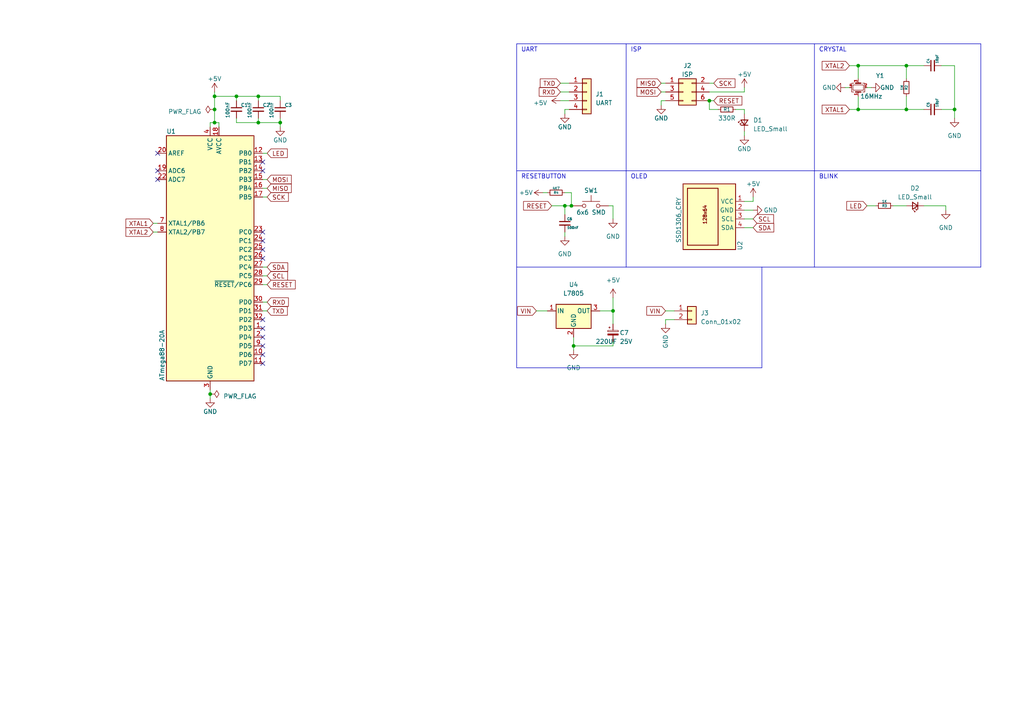
<source format=kicad_sch>
(kicad_sch (version 20230121) (generator eeschema)

  (uuid 2ec441b6-2635-460b-9276-adac41783653)

  (paper "A4")

  (lib_symbols
    (symbol "Connector_Generic:Conn_01x02" (pin_names (offset 1.016) hide) (in_bom yes) (on_board yes)
      (property "Reference" "J" (at 0 2.54 0)
        (effects (font (size 1.27 1.27)))
      )
      (property "Value" "Conn_01x02" (at 0 -5.08 0)
        (effects (font (size 1.27 1.27)))
      )
      (property "Footprint" "" (at 0 0 0)
        (effects (font (size 1.27 1.27)) hide)
      )
      (property "Datasheet" "~" (at 0 0 0)
        (effects (font (size 1.27 1.27)) hide)
      )
      (property "ki_keywords" "connector" (at 0 0 0)
        (effects (font (size 1.27 1.27)) hide)
      )
      (property "ki_description" "Generic connector, single row, 01x02, script generated (kicad-library-utils/schlib/autogen/connector/)" (at 0 0 0)
        (effects (font (size 1.27 1.27)) hide)
      )
      (property "ki_fp_filters" "Connector*:*_1x??_*" (at 0 0 0)
        (effects (font (size 1.27 1.27)) hide)
      )
      (symbol "Conn_01x02_1_1"
        (rectangle (start -1.27 -2.413) (end 0 -2.667)
          (stroke (width 0.1524) (type default))
          (fill (type none))
        )
        (rectangle (start -1.27 0.127) (end 0 -0.127)
          (stroke (width 0.1524) (type default))
          (fill (type none))
        )
        (rectangle (start -1.27 1.27) (end 1.27 -3.81)
          (stroke (width 0.254) (type default))
          (fill (type background))
        )
        (pin passive line (at -5.08 0 0) (length 3.81)
          (name "Pin_1" (effects (font (size 1.27 1.27))))
          (number "1" (effects (font (size 1.27 1.27))))
        )
        (pin passive line (at -5.08 -2.54 0) (length 3.81)
          (name "Pin_2" (effects (font (size 1.27 1.27))))
          (number "2" (effects (font (size 1.27 1.27))))
        )
      )
    )
    (symbol "Connector_Generic:Conn_01x04" (pin_names (offset 1.016) hide) (in_bom yes) (on_board yes)
      (property "Reference" "J" (at 0 5.08 0)
        (effects (font (size 1.27 1.27)))
      )
      (property "Value" "Conn_01x04" (at 0 -7.62 0)
        (effects (font (size 1.27 1.27)))
      )
      (property "Footprint" "" (at 0 0 0)
        (effects (font (size 1.27 1.27)) hide)
      )
      (property "Datasheet" "~" (at 0 0 0)
        (effects (font (size 1.27 1.27)) hide)
      )
      (property "ki_keywords" "connector" (at 0 0 0)
        (effects (font (size 1.27 1.27)) hide)
      )
      (property "ki_description" "Generic connector, single row, 01x04, script generated (kicad-library-utils/schlib/autogen/connector/)" (at 0 0 0)
        (effects (font (size 1.27 1.27)) hide)
      )
      (property "ki_fp_filters" "Connector*:*_1x??_*" (at 0 0 0)
        (effects (font (size 1.27 1.27)) hide)
      )
      (symbol "Conn_01x04_1_1"
        (rectangle (start -1.27 -4.953) (end 0 -5.207)
          (stroke (width 0.1524) (type default))
          (fill (type none))
        )
        (rectangle (start -1.27 -2.413) (end 0 -2.667)
          (stroke (width 0.1524) (type default))
          (fill (type none))
        )
        (rectangle (start -1.27 0.127) (end 0 -0.127)
          (stroke (width 0.1524) (type default))
          (fill (type none))
        )
        (rectangle (start -1.27 2.667) (end 0 2.413)
          (stroke (width 0.1524) (type default))
          (fill (type none))
        )
        (rectangle (start -1.27 3.81) (end 1.27 -6.35)
          (stroke (width 0.254) (type default))
          (fill (type background))
        )
        (pin passive line (at -5.08 2.54 0) (length 3.81)
          (name "Pin_1" (effects (font (size 1.27 1.27))))
          (number "1" (effects (font (size 1.27 1.27))))
        )
        (pin passive line (at -5.08 0 0) (length 3.81)
          (name "Pin_2" (effects (font (size 1.27 1.27))))
          (number "2" (effects (font (size 1.27 1.27))))
        )
        (pin passive line (at -5.08 -2.54 0) (length 3.81)
          (name "Pin_3" (effects (font (size 1.27 1.27))))
          (number "3" (effects (font (size 1.27 1.27))))
        )
        (pin passive line (at -5.08 -5.08 0) (length 3.81)
          (name "Pin_4" (effects (font (size 1.27 1.27))))
          (number "4" (effects (font (size 1.27 1.27))))
        )
      )
    )
    (symbol "Connector_Generic:Conn_02x03_Odd_Even" (pin_names (offset 1.016) hide) (in_bom yes) (on_board yes)
      (property "Reference" "J" (at 1.27 5.08 0)
        (effects (font (size 1.27 1.27)))
      )
      (property "Value" "Conn_02x03_Odd_Even" (at 1.27 -5.08 0)
        (effects (font (size 1.27 1.27)))
      )
      (property "Footprint" "" (at 0 0 0)
        (effects (font (size 1.27 1.27)) hide)
      )
      (property "Datasheet" "~" (at 0 0 0)
        (effects (font (size 1.27 1.27)) hide)
      )
      (property "ki_keywords" "connector" (at 0 0 0)
        (effects (font (size 1.27 1.27)) hide)
      )
      (property "ki_description" "Generic connector, double row, 02x03, odd/even pin numbering scheme (row 1 odd numbers, row 2 even numbers), script generated (kicad-library-utils/schlib/autogen/connector/)" (at 0 0 0)
        (effects (font (size 1.27 1.27)) hide)
      )
      (property "ki_fp_filters" "Connector*:*_2x??_*" (at 0 0 0)
        (effects (font (size 1.27 1.27)) hide)
      )
      (symbol "Conn_02x03_Odd_Even_1_1"
        (rectangle (start -1.27 -2.413) (end 0 -2.667)
          (stroke (width 0.1524) (type default))
          (fill (type none))
        )
        (rectangle (start -1.27 0.127) (end 0 -0.127)
          (stroke (width 0.1524) (type default))
          (fill (type none))
        )
        (rectangle (start -1.27 2.667) (end 0 2.413)
          (stroke (width 0.1524) (type default))
          (fill (type none))
        )
        (rectangle (start -1.27 3.81) (end 3.81 -3.81)
          (stroke (width 0.254) (type default))
          (fill (type background))
        )
        (rectangle (start 3.81 -2.413) (end 2.54 -2.667)
          (stroke (width 0.1524) (type default))
          (fill (type none))
        )
        (rectangle (start 3.81 0.127) (end 2.54 -0.127)
          (stroke (width 0.1524) (type default))
          (fill (type none))
        )
        (rectangle (start 3.81 2.667) (end 2.54 2.413)
          (stroke (width 0.1524) (type default))
          (fill (type none))
        )
        (pin passive line (at -5.08 2.54 0) (length 3.81)
          (name "Pin_1" (effects (font (size 1.27 1.27))))
          (number "1" (effects (font (size 1.27 1.27))))
        )
        (pin passive line (at 7.62 2.54 180) (length 3.81)
          (name "Pin_2" (effects (font (size 1.27 1.27))))
          (number "2" (effects (font (size 1.27 1.27))))
        )
        (pin passive line (at -5.08 0 0) (length 3.81)
          (name "Pin_3" (effects (font (size 1.27 1.27))))
          (number "3" (effects (font (size 1.27 1.27))))
        )
        (pin passive line (at 7.62 0 180) (length 3.81)
          (name "Pin_4" (effects (font (size 1.27 1.27))))
          (number "4" (effects (font (size 1.27 1.27))))
        )
        (pin passive line (at -5.08 -2.54 0) (length 3.81)
          (name "Pin_5" (effects (font (size 1.27 1.27))))
          (number "5" (effects (font (size 1.27 1.27))))
        )
        (pin passive line (at 7.62 -2.54 180) (length 3.81)
          (name "Pin_6" (effects (font (size 1.27 1.27))))
          (number "6" (effects (font (size 1.27 1.27))))
        )
      )
    )
    (symbol "Device:C_Polarized_Small" (pin_numbers hide) (pin_names (offset 0.254) hide) (in_bom yes) (on_board yes)
      (property "Reference" "C" (at 0.254 1.778 0)
        (effects (font (size 1.27 1.27)) (justify left))
      )
      (property "Value" "C_Polarized_Small" (at 0.254 -2.032 0)
        (effects (font (size 1.27 1.27)) (justify left))
      )
      (property "Footprint" "" (at 0 0 0)
        (effects (font (size 1.27 1.27)) hide)
      )
      (property "Datasheet" "~" (at 0 0 0)
        (effects (font (size 1.27 1.27)) hide)
      )
      (property "ki_keywords" "cap capacitor" (at 0 0 0)
        (effects (font (size 1.27 1.27)) hide)
      )
      (property "ki_description" "Polarized capacitor, small symbol" (at 0 0 0)
        (effects (font (size 1.27 1.27)) hide)
      )
      (property "ki_fp_filters" "CP_*" (at 0 0 0)
        (effects (font (size 1.27 1.27)) hide)
      )
      (symbol "C_Polarized_Small_0_1"
        (rectangle (start -1.524 -0.3048) (end 1.524 -0.6858)
          (stroke (width 0) (type default))
          (fill (type outline))
        )
        (rectangle (start -1.524 0.6858) (end 1.524 0.3048)
          (stroke (width 0) (type default))
          (fill (type none))
        )
        (polyline
          (pts
            (xy -1.27 1.524)
            (xy -0.762 1.524)
          )
          (stroke (width 0) (type default))
          (fill (type none))
        )
        (polyline
          (pts
            (xy -1.016 1.27)
            (xy -1.016 1.778)
          )
          (stroke (width 0) (type default))
          (fill (type none))
        )
      )
      (symbol "C_Polarized_Small_1_1"
        (pin passive line (at 0 2.54 270) (length 1.8542)
          (name "~" (effects (font (size 1.27 1.27))))
          (number "1" (effects (font (size 1.27 1.27))))
        )
        (pin passive line (at 0 -2.54 90) (length 1.8542)
          (name "~" (effects (font (size 1.27 1.27))))
          (number "2" (effects (font (size 1.27 1.27))))
        )
      )
    )
    (symbol "Device:C_Small" (pin_numbers hide) (pin_names (offset 0.254) hide) (in_bom yes) (on_board yes)
      (property "Reference" "C" (at 0.254 1.778 0)
        (effects (font (size 1.27 1.27)) (justify left))
      )
      (property "Value" "C_Small" (at 0.254 -2.032 0)
        (effects (font (size 1.27 1.27)) (justify left))
      )
      (property "Footprint" "" (at 0 0 0)
        (effects (font (size 1.27 1.27)) hide)
      )
      (property "Datasheet" "~" (at 0 0 0)
        (effects (font (size 1.27 1.27)) hide)
      )
      (property "ki_keywords" "capacitor cap" (at 0 0 0)
        (effects (font (size 1.27 1.27)) hide)
      )
      (property "ki_description" "Unpolarized capacitor, small symbol" (at 0 0 0)
        (effects (font (size 1.27 1.27)) hide)
      )
      (property "ki_fp_filters" "C_*" (at 0 0 0)
        (effects (font (size 1.27 1.27)) hide)
      )
      (symbol "C_Small_0_1"
        (polyline
          (pts
            (xy -1.524 -0.508)
            (xy 1.524 -0.508)
          )
          (stroke (width 0.3302) (type default))
          (fill (type none))
        )
        (polyline
          (pts
            (xy -1.524 0.508)
            (xy 1.524 0.508)
          )
          (stroke (width 0.3048) (type default))
          (fill (type none))
        )
      )
      (symbol "C_Small_1_1"
        (pin passive line (at 0 2.54 270) (length 2.032)
          (name "~" (effects (font (size 1.27 1.27))))
          (number "1" (effects (font (size 1.27 1.27))))
        )
        (pin passive line (at 0 -2.54 90) (length 2.032)
          (name "~" (effects (font (size 1.27 1.27))))
          (number "2" (effects (font (size 1.27 1.27))))
        )
      )
    )
    (symbol "Device:Crystal_GND24_Small" (pin_names (offset 1.016) hide) (in_bom yes) (on_board yes)
      (property "Reference" "Y" (at 1.27 4.445 0)
        (effects (font (size 1.27 1.27)) (justify left))
      )
      (property "Value" "Crystal_GND24_Small" (at 1.27 2.54 0)
        (effects (font (size 1.27 1.27)) (justify left))
      )
      (property "Footprint" "" (at 0 0 0)
        (effects (font (size 1.27 1.27)) hide)
      )
      (property "Datasheet" "~" (at 0 0 0)
        (effects (font (size 1.27 1.27)) hide)
      )
      (property "ki_keywords" "quartz ceramic resonator oscillator" (at 0 0 0)
        (effects (font (size 1.27 1.27)) hide)
      )
      (property "ki_description" "Four pin crystal, GND on pins 2 and 4, small symbol" (at 0 0 0)
        (effects (font (size 1.27 1.27)) hide)
      )
      (property "ki_fp_filters" "Crystal*" (at 0 0 0)
        (effects (font (size 1.27 1.27)) hide)
      )
      (symbol "Crystal_GND24_Small_0_1"
        (rectangle (start -0.762 -1.524) (end 0.762 1.524)
          (stroke (width 0) (type default))
          (fill (type none))
        )
        (polyline
          (pts
            (xy -1.27 -0.762)
            (xy -1.27 0.762)
          )
          (stroke (width 0.381) (type default))
          (fill (type none))
        )
        (polyline
          (pts
            (xy 1.27 -0.762)
            (xy 1.27 0.762)
          )
          (stroke (width 0.381) (type default))
          (fill (type none))
        )
        (polyline
          (pts
            (xy -1.27 -1.27)
            (xy -1.27 -1.905)
            (xy 1.27 -1.905)
            (xy 1.27 -1.27)
          )
          (stroke (width 0) (type default))
          (fill (type none))
        )
        (polyline
          (pts
            (xy -1.27 1.27)
            (xy -1.27 1.905)
            (xy 1.27 1.905)
            (xy 1.27 1.27)
          )
          (stroke (width 0) (type default))
          (fill (type none))
        )
      )
      (symbol "Crystal_GND24_Small_1_1"
        (pin passive line (at -2.54 0 0) (length 1.27)
          (name "1" (effects (font (size 1.27 1.27))))
          (number "1" (effects (font (size 0.762 0.762))))
        )
        (pin passive line (at 0 -2.54 90) (length 0.635)
          (name "2" (effects (font (size 1.27 1.27))))
          (number "2" (effects (font (size 0.762 0.762))))
        )
        (pin passive line (at 2.54 0 180) (length 1.27)
          (name "3" (effects (font (size 1.27 1.27))))
          (number "3" (effects (font (size 0.762 0.762))))
        )
        (pin passive line (at 0 2.54 270) (length 0.635)
          (name "4" (effects (font (size 1.27 1.27))))
          (number "4" (effects (font (size 0.762 0.762))))
        )
      )
    )
    (symbol "Device:LED_Small" (pin_numbers hide) (pin_names (offset 0.254) hide) (in_bom yes) (on_board yes)
      (property "Reference" "D" (at -1.27 3.175 0)
        (effects (font (size 1.27 1.27)) (justify left))
      )
      (property "Value" "LED_Small" (at -4.445 -2.54 0)
        (effects (font (size 1.27 1.27)) (justify left))
      )
      (property "Footprint" "" (at 0 0 90)
        (effects (font (size 1.27 1.27)) hide)
      )
      (property "Datasheet" "~" (at 0 0 90)
        (effects (font (size 1.27 1.27)) hide)
      )
      (property "ki_keywords" "LED diode light-emitting-diode" (at 0 0 0)
        (effects (font (size 1.27 1.27)) hide)
      )
      (property "ki_description" "Light emitting diode, small symbol" (at 0 0 0)
        (effects (font (size 1.27 1.27)) hide)
      )
      (property "ki_fp_filters" "LED* LED_SMD:* LED_THT:*" (at 0 0 0)
        (effects (font (size 1.27 1.27)) hide)
      )
      (symbol "LED_Small_0_1"
        (polyline
          (pts
            (xy -0.762 -1.016)
            (xy -0.762 1.016)
          )
          (stroke (width 0.254) (type default))
          (fill (type none))
        )
        (polyline
          (pts
            (xy 1.016 0)
            (xy -0.762 0)
          )
          (stroke (width 0) (type default))
          (fill (type none))
        )
        (polyline
          (pts
            (xy 0.762 -1.016)
            (xy -0.762 0)
            (xy 0.762 1.016)
            (xy 0.762 -1.016)
          )
          (stroke (width 0.254) (type default))
          (fill (type none))
        )
        (polyline
          (pts
            (xy 0 0.762)
            (xy -0.508 1.27)
            (xy -0.254 1.27)
            (xy -0.508 1.27)
            (xy -0.508 1.016)
          )
          (stroke (width 0) (type default))
          (fill (type none))
        )
        (polyline
          (pts
            (xy 0.508 1.27)
            (xy 0 1.778)
            (xy 0.254 1.778)
            (xy 0 1.778)
            (xy 0 1.524)
          )
          (stroke (width 0) (type default))
          (fill (type none))
        )
      )
      (symbol "LED_Small_1_1"
        (pin passive line (at -2.54 0 0) (length 1.778)
          (name "K" (effects (font (size 1.27 1.27))))
          (number "1" (effects (font (size 1.27 1.27))))
        )
        (pin passive line (at 2.54 0 180) (length 1.778)
          (name "A" (effects (font (size 1.27 1.27))))
          (number "2" (effects (font (size 1.27 1.27))))
        )
      )
    )
    (symbol "Device:R_Small" (pin_numbers hide) (pin_names (offset 0.254) hide) (in_bom yes) (on_board yes)
      (property "Reference" "R" (at 0.762 0.508 0)
        (effects (font (size 1.27 1.27)) (justify left))
      )
      (property "Value" "R_Small" (at 0.762 -1.016 0)
        (effects (font (size 1.27 1.27)) (justify left))
      )
      (property "Footprint" "" (at 0 0 0)
        (effects (font (size 1.27 1.27)) hide)
      )
      (property "Datasheet" "~" (at 0 0 0)
        (effects (font (size 1.27 1.27)) hide)
      )
      (property "ki_keywords" "R resistor" (at 0 0 0)
        (effects (font (size 1.27 1.27)) hide)
      )
      (property "ki_description" "Resistor, small symbol" (at 0 0 0)
        (effects (font (size 1.27 1.27)) hide)
      )
      (property "ki_fp_filters" "R_*" (at 0 0 0)
        (effects (font (size 1.27 1.27)) hide)
      )
      (symbol "R_Small_0_1"
        (rectangle (start -0.762 1.778) (end 0.762 -1.778)
          (stroke (width 0.2032) (type default))
          (fill (type none))
        )
      )
      (symbol "R_Small_1_1"
        (pin passive line (at 0 2.54 270) (length 0.762)
          (name "~" (effects (font (size 1.27 1.27))))
          (number "1" (effects (font (size 1.27 1.27))))
        )
        (pin passive line (at 0 -2.54 90) (length 0.762)
          (name "~" (effects (font (size 1.27 1.27))))
          (number "2" (effects (font (size 1.27 1.27))))
        )
      )
    )
    (symbol "GOSymbol:SSD1306_CRY" (in_bom yes) (on_board yes)
      (property "Reference" "U" (at 8.89 10.16 0)
        (effects (font (size 1.27 1.27)))
      )
      (property "Value" "SSD1306_CRY" (at 1.27 -7.62 0)
        (effects (font (size 1.27 1.27)))
      )
      (property "Footprint" "GOFootprint:128x64OLED" (at 1.27 -10.16 0)
        (effects (font (size 1.27 1.27)))
      )
      (property "Datasheet" "" (at 19.05 36.83 0)
        (effects (font (size 1.27 1.27)) hide)
      )
      (symbol "SSD1306_CRY_0_0"
        (rectangle (start -7.62 3.81) (end 8.89 -5.08)
          (stroke (width 0.254) (type default))
          (fill (type background))
        )
        (text "128x64" (at 0 0 0)
          (effects (font (size 0.9906 0.9906) bold))
        )
      )
      (symbol "SSD1306_CRY_0_1"
        (rectangle (start -8.89 8.89) (end 10.16 -6.35)
          (stroke (width 0.254) (type default))
          (fill (type background))
        )
      )
      (symbol "SSD1306_CRY_1_1"
        (pin input line (at -3.81 11.43 270) (length 2.54)
          (name "VCC" (effects (font (size 1.27 1.27))))
          (number "1" (effects (font (size 1.27 1.27))))
        )
        (pin input line (at -1.27 11.43 270) (length 2.54)
          (name "GND" (effects (font (size 1.27 1.27))))
          (number "2" (effects (font (size 1.27 1.27))))
        )
        (pin input line (at 1.27 11.43 270) (length 2.54)
          (name "SCL" (effects (font (size 1.27 1.27))))
          (number "3" (effects (font (size 1.27 1.27))))
        )
        (pin input line (at 3.81 11.43 270) (length 2.54)
          (name "SDA" (effects (font (size 1.27 1.27))))
          (number "4" (effects (font (size 1.27 1.27))))
        )
      )
    )
    (symbol "MCU_Microchip_ATmega:ATmega88-20A" (in_bom yes) (on_board yes)
      (property "Reference" "U1" (at -12.7 36.83 0)
        (effects (font (size 1.27 1.27)) (justify left))
      )
      (property "Value" "ATmega88-20A" (at -13.97 -35.56 90)
        (effects (font (size 1.27 1.27)) (justify left))
      )
      (property "Footprint" "Package_QFP:TQFP-32_7x7mm_P0.8mm" (at 0 0 0)
        (effects (font (size 1.27 1.27) italic) hide)
      )
      (property "Datasheet" "http://ww1.microchip.com/downloads/en/DeviceDoc/Atmel-2545-8-bit-AVR-Microcontroller-ATmega48-88-168_Datasheet.pdf" (at 0 0 0)
        (effects (font (size 1.27 1.27)) hide)
      )
      (property "ki_keywords" "AVR 8bit Microcontroller MegaAVR" (at 0 0 0)
        (effects (font (size 1.27 1.27)) hide)
      )
      (property "ki_description" "20MHz, 8kB Flash, 1kB SRAM, 512B EEPROM, TQFP-32" (at 0 0 0)
        (effects (font (size 1.27 1.27)) hide)
      )
      (property "ki_fp_filters" "TQFP*7x7mm*P0.8mm*" (at 0 0 0)
        (effects (font (size 1.27 1.27)) hide)
      )
      (symbol "ATmega88-20A_0_1"
        (rectangle (start -12.7 -35.56) (end 12.7 35.56)
          (stroke (width 0.254) (type default))
          (fill (type background))
        )
      )
      (symbol "ATmega88-20A_1_1"
        (pin bidirectional line (at 15.24 -20.32 180) (length 2.54)
          (name "PD3" (effects (font (size 1.27 1.27))))
          (number "1" (effects (font (size 1.27 1.27))))
        )
        (pin bidirectional line (at 15.24 -27.94 180) (length 2.54)
          (name "PD6" (effects (font (size 1.27 1.27))))
          (number "10" (effects (font (size 1.27 1.27))))
        )
        (pin bidirectional line (at 15.24 -30.48 180) (length 2.54)
          (name "PD7" (effects (font (size 1.27 1.27))))
          (number "11" (effects (font (size 1.27 1.27))))
        )
        (pin bidirectional line (at 15.24 30.48 180) (length 2.54)
          (name "PB0" (effects (font (size 1.27 1.27))))
          (number "12" (effects (font (size 1.27 1.27))))
        )
        (pin bidirectional line (at 15.24 27.94 180) (length 2.54)
          (name "PB1" (effects (font (size 1.27 1.27))))
          (number "13" (effects (font (size 1.27 1.27))))
        )
        (pin bidirectional line (at 15.24 25.4 180) (length 2.54)
          (name "PB2" (effects (font (size 1.27 1.27))))
          (number "14" (effects (font (size 1.27 1.27))))
        )
        (pin bidirectional line (at 15.24 22.86 180) (length 2.54)
          (name "PB3" (effects (font (size 1.27 1.27))))
          (number "15" (effects (font (size 1.27 1.27))))
        )
        (pin bidirectional line (at 15.24 20.32 180) (length 2.54)
          (name "PB4" (effects (font (size 1.27 1.27))))
          (number "16" (effects (font (size 1.27 1.27))))
        )
        (pin bidirectional line (at 15.24 17.78 180) (length 2.54)
          (name "PB5" (effects (font (size 1.27 1.27))))
          (number "17" (effects (font (size 1.27 1.27))))
        )
        (pin power_in line (at 2.54 38.1 270) (length 2.54)
          (name "AVCC" (effects (font (size 1.27 1.27))))
          (number "18" (effects (font (size 1.27 1.27))))
        )
        (pin input line (at -15.24 25.4 0) (length 2.54)
          (name "ADC6" (effects (font (size 1.27 1.27))))
          (number "19" (effects (font (size 1.27 1.27))))
        )
        (pin bidirectional line (at 15.24 -22.86 180) (length 2.54)
          (name "PD4" (effects (font (size 1.27 1.27))))
          (number "2" (effects (font (size 1.27 1.27))))
        )
        (pin passive line (at -15.24 30.48 0) (length 2.54)
          (name "AREF" (effects (font (size 1.27 1.27))))
          (number "20" (effects (font (size 1.27 1.27))))
        )
        (pin passive line (at 0 -38.1 90) (length 2.54) hide
          (name "GND" (effects (font (size 1.27 1.27))))
          (number "21" (effects (font (size 1.27 1.27))))
        )
        (pin input line (at -15.24 22.86 0) (length 2.54)
          (name "ADC7" (effects (font (size 1.27 1.27))))
          (number "22" (effects (font (size 1.27 1.27))))
        )
        (pin bidirectional line (at 15.24 7.62 180) (length 2.54)
          (name "PC0" (effects (font (size 1.27 1.27))))
          (number "23" (effects (font (size 1.27 1.27))))
        )
        (pin bidirectional line (at 15.24 5.08 180) (length 2.54)
          (name "PC1" (effects (font (size 1.27 1.27))))
          (number "24" (effects (font (size 1.27 1.27))))
        )
        (pin bidirectional line (at 15.24 2.54 180) (length 2.54)
          (name "PC2" (effects (font (size 1.27 1.27))))
          (number "25" (effects (font (size 1.27 1.27))))
        )
        (pin bidirectional line (at 15.24 0 180) (length 2.54)
          (name "PC3" (effects (font (size 1.27 1.27))))
          (number "26" (effects (font (size 1.27 1.27))))
        )
        (pin bidirectional line (at 15.24 -2.54 180) (length 2.54)
          (name "PC4" (effects (font (size 1.27 1.27))))
          (number "27" (effects (font (size 1.27 1.27))))
        )
        (pin bidirectional line (at 15.24 -5.08 180) (length 2.54)
          (name "PC5" (effects (font (size 1.27 1.27))))
          (number "28" (effects (font (size 1.27 1.27))))
        )
        (pin bidirectional line (at 15.24 -7.62 180) (length 2.54)
          (name "~{RESET}/PC6" (effects (font (size 1.27 1.27))))
          (number "29" (effects (font (size 1.27 1.27))))
        )
        (pin power_in line (at 0 -38.1 90) (length 2.54)
          (name "GND" (effects (font (size 1.27 1.27))))
          (number "3" (effects (font (size 1.27 1.27))))
        )
        (pin bidirectional line (at 15.24 -12.7 180) (length 2.54)
          (name "PD0" (effects (font (size 1.27 1.27))))
          (number "30" (effects (font (size 1.27 1.27))))
        )
        (pin bidirectional line (at 15.24 -15.24 180) (length 2.54)
          (name "PD1" (effects (font (size 1.27 1.27))))
          (number "31" (effects (font (size 1.27 1.27))))
        )
        (pin bidirectional line (at 15.24 -17.78 180) (length 2.54)
          (name "PD2" (effects (font (size 1.27 1.27))))
          (number "32" (effects (font (size 1.27 1.27))))
        )
        (pin power_in line (at 0 38.1 270) (length 2.54)
          (name "VCC" (effects (font (size 1.27 1.27))))
          (number "4" (effects (font (size 1.27 1.27))))
        )
        (pin passive line (at 0 -38.1 90) (length 2.54) hide
          (name "GND" (effects (font (size 1.27 1.27))))
          (number "5" (effects (font (size 1.27 1.27))))
        )
        (pin passive line (at 0 38.1 270) (length 2.54) hide
          (name "VCC" (effects (font (size 1.27 1.27))))
          (number "6" (effects (font (size 1.27 1.27))))
        )
        (pin bidirectional line (at -15.24 10.16 0) (length 2.54)
          (name "XTAL1/PB6" (effects (font (size 1.27 1.27))))
          (number "7" (effects (font (size 1.27 1.27))))
        )
        (pin bidirectional line (at -15.24 7.62 0) (length 2.54)
          (name "XTAL2/PB7" (effects (font (size 1.27 1.27))))
          (number "8" (effects (font (size 1.27 1.27))))
        )
        (pin bidirectional line (at 15.24 -25.4 180) (length 2.54)
          (name "PD5" (effects (font (size 1.27 1.27))))
          (number "9" (effects (font (size 1.27 1.27))))
        )
      )
    )
    (symbol "Regulator_Linear:L7812" (pin_names (offset 0.254)) (in_bom yes) (on_board yes)
      (property "Reference" "U" (at -3.81 3.175 0)
        (effects (font (size 1.27 1.27)))
      )
      (property "Value" "L7812" (at 0 3.175 0)
        (effects (font (size 1.27 1.27)) (justify left))
      )
      (property "Footprint" "" (at 0.635 -3.81 0)
        (effects (font (size 1.27 1.27) italic) (justify left) hide)
      )
      (property "Datasheet" "http://www.st.com/content/ccc/resource/technical/document/datasheet/41/4f/b3/b0/12/d4/47/88/CD00000444.pdf/files/CD00000444.pdf/jcr:content/translations/en.CD00000444.pdf" (at 0 -1.27 0)
        (effects (font (size 1.27 1.27)) hide)
      )
      (property "ki_keywords" "Voltage Regulator 1.5A Positive" (at 0 0 0)
        (effects (font (size 1.27 1.27)) hide)
      )
      (property "ki_description" "Positive 1.5A 35V Linear Regulator, Fixed Output 12V, TO-220/TO-263/TO-252" (at 0 0 0)
        (effects (font (size 1.27 1.27)) hide)
      )
      (property "ki_fp_filters" "TO?252* TO?263* TO?220*" (at 0 0 0)
        (effects (font (size 1.27 1.27)) hide)
      )
      (symbol "L7812_0_1"
        (rectangle (start -5.08 1.905) (end 5.08 -5.08)
          (stroke (width 0.254) (type default))
          (fill (type background))
        )
      )
      (symbol "L7812_1_1"
        (pin power_in line (at -7.62 0 0) (length 2.54)
          (name "IN" (effects (font (size 1.27 1.27))))
          (number "1" (effects (font (size 1.27 1.27))))
        )
        (pin power_in line (at 0 -7.62 90) (length 2.54)
          (name "GND" (effects (font (size 1.27 1.27))))
          (number "2" (effects (font (size 1.27 1.27))))
        )
        (pin power_out line (at 7.62 0 180) (length 2.54)
          (name "OUT" (effects (font (size 1.27 1.27))))
          (number "3" (effects (font (size 1.27 1.27))))
        )
      )
    )
    (symbol "Switch:SW_Push" (pin_numbers hide) (pin_names (offset 1.016) hide) (in_bom yes) (on_board yes)
      (property "Reference" "SW" (at 1.27 2.54 0)
        (effects (font (size 1.27 1.27)) (justify left))
      )
      (property "Value" "SW_Push" (at 0 -1.524 0)
        (effects (font (size 1.27 1.27)))
      )
      (property "Footprint" "" (at 0 5.08 0)
        (effects (font (size 1.27 1.27)) hide)
      )
      (property "Datasheet" "~" (at 0 5.08 0)
        (effects (font (size 1.27 1.27)) hide)
      )
      (property "ki_keywords" "switch normally-open pushbutton push-button" (at 0 0 0)
        (effects (font (size 1.27 1.27)) hide)
      )
      (property "ki_description" "Push button switch, generic, two pins" (at 0 0 0)
        (effects (font (size 1.27 1.27)) hide)
      )
      (symbol "SW_Push_0_1"
        (circle (center -2.032 0) (radius 0.508)
          (stroke (width 0) (type default))
          (fill (type none))
        )
        (polyline
          (pts
            (xy 0 1.27)
            (xy 0 3.048)
          )
          (stroke (width 0) (type default))
          (fill (type none))
        )
        (polyline
          (pts
            (xy 2.54 1.27)
            (xy -2.54 1.27)
          )
          (stroke (width 0) (type default))
          (fill (type none))
        )
        (circle (center 2.032 0) (radius 0.508)
          (stroke (width 0) (type default))
          (fill (type none))
        )
        (pin passive line (at -5.08 0 0) (length 2.54)
          (name "1" (effects (font (size 1.27 1.27))))
          (number "1" (effects (font (size 1.27 1.27))))
        )
        (pin passive line (at 5.08 0 180) (length 2.54)
          (name "2" (effects (font (size 1.27 1.27))))
          (number "2" (effects (font (size 1.27 1.27))))
        )
      )
    )
    (symbol "power:+5V" (power) (pin_names (offset 0)) (in_bom yes) (on_board yes)
      (property "Reference" "#PWR" (at 0 -3.81 0)
        (effects (font (size 1.27 1.27)) hide)
      )
      (property "Value" "+5V" (at 0 3.556 0)
        (effects (font (size 1.27 1.27)))
      )
      (property "Footprint" "" (at 0 0 0)
        (effects (font (size 1.27 1.27)) hide)
      )
      (property "Datasheet" "" (at 0 0 0)
        (effects (font (size 1.27 1.27)) hide)
      )
      (property "ki_keywords" "global power" (at 0 0 0)
        (effects (font (size 1.27 1.27)) hide)
      )
      (property "ki_description" "Power symbol creates a global label with name \"+5V\"" (at 0 0 0)
        (effects (font (size 1.27 1.27)) hide)
      )
      (symbol "+5V_0_1"
        (polyline
          (pts
            (xy -0.762 1.27)
            (xy 0 2.54)
          )
          (stroke (width 0) (type default))
          (fill (type none))
        )
        (polyline
          (pts
            (xy 0 0)
            (xy 0 2.54)
          )
          (stroke (width 0) (type default))
          (fill (type none))
        )
        (polyline
          (pts
            (xy 0 2.54)
            (xy 0.762 1.27)
          )
          (stroke (width 0) (type default))
          (fill (type none))
        )
      )
      (symbol "+5V_1_1"
        (pin power_in line (at 0 0 90) (length 0) hide
          (name "+5V" (effects (font (size 1.27 1.27))))
          (number "1" (effects (font (size 1.27 1.27))))
        )
      )
    )
    (symbol "power:GND" (power) (pin_names (offset 0)) (in_bom yes) (on_board yes)
      (property "Reference" "#PWR" (at 0 -6.35 0)
        (effects (font (size 1.27 1.27)) hide)
      )
      (property "Value" "GND" (at 0 -3.81 0)
        (effects (font (size 1.27 1.27)))
      )
      (property "Footprint" "" (at 0 0 0)
        (effects (font (size 1.27 1.27)) hide)
      )
      (property "Datasheet" "" (at 0 0 0)
        (effects (font (size 1.27 1.27)) hide)
      )
      (property "ki_keywords" "global power" (at 0 0 0)
        (effects (font (size 1.27 1.27)) hide)
      )
      (property "ki_description" "Power symbol creates a global label with name \"GND\" , ground" (at 0 0 0)
        (effects (font (size 1.27 1.27)) hide)
      )
      (symbol "GND_0_1"
        (polyline
          (pts
            (xy 0 0)
            (xy 0 -1.27)
            (xy 1.27 -1.27)
            (xy 0 -2.54)
            (xy -1.27 -1.27)
            (xy 0 -1.27)
          )
          (stroke (width 0) (type default))
          (fill (type none))
        )
      )
      (symbol "GND_1_1"
        (pin power_in line (at 0 0 270) (length 0) hide
          (name "GND" (effects (font (size 1.27 1.27))))
          (number "1" (effects (font (size 1.27 1.27))))
        )
      )
    )
    (symbol "power:PWR_FLAG" (power) (pin_numbers hide) (pin_names (offset 0) hide) (in_bom yes) (on_board yes)
      (property "Reference" "#FLG" (at 0 1.905 0)
        (effects (font (size 1.27 1.27)) hide)
      )
      (property "Value" "PWR_FLAG" (at 0 3.81 0)
        (effects (font (size 1.27 1.27)))
      )
      (property "Footprint" "" (at 0 0 0)
        (effects (font (size 1.27 1.27)) hide)
      )
      (property "Datasheet" "~" (at 0 0 0)
        (effects (font (size 1.27 1.27)) hide)
      )
      (property "ki_keywords" "flag power" (at 0 0 0)
        (effects (font (size 1.27 1.27)) hide)
      )
      (property "ki_description" "Special symbol for telling ERC where power comes from" (at 0 0 0)
        (effects (font (size 1.27 1.27)) hide)
      )
      (symbol "PWR_FLAG_0_0"
        (pin power_out line (at 0 0 90) (length 0)
          (name "pwr" (effects (font (size 1.27 1.27))))
          (number "1" (effects (font (size 1.27 1.27))))
        )
      )
      (symbol "PWR_FLAG_0_1"
        (polyline
          (pts
            (xy 0 0)
            (xy 0 1.27)
            (xy -1.016 1.905)
            (xy 0 2.54)
            (xy 1.016 1.905)
            (xy 0 1.27)
          )
          (stroke (width 0) (type default))
          (fill (type none))
        )
      )
    )
  )


  (junction (at 62.23 27.94) (diameter 0) (color 0 0 0 0)
    (uuid 140af608-44cb-4c40-bf19-85d1ede5bb00)
  )
  (junction (at 205.74 29.21) (diameter 0) (color 0 0 0 0)
    (uuid 150e4e5a-9c71-4556-817f-02969cac0c21)
  )
  (junction (at 68.58 27.94) (diameter 0) (color 0 0 0 0)
    (uuid 2552ac65-1856-4262-952b-fcf6067df040)
  )
  (junction (at 62.23 35.56) (diameter 0) (color 0 0 0 0)
    (uuid 2feecafe-bf62-4e37-af6d-a83e7489afc4)
  )
  (junction (at 276.86 31.75) (diameter 0) (color 0 0 0 0)
    (uuid 3f14c4c7-749e-4cba-94d6-7ef5e852aacc)
  )
  (junction (at 248.92 19.05) (diameter 0) (color 0 0 0 0)
    (uuid 55bc82a2-a641-4b4b-95f6-93b16baa017e)
  )
  (junction (at 248.92 31.75) (diameter 0) (color 0 0 0 0)
    (uuid 5b49b8e4-baf0-48e2-84cd-ee052e80c9cd)
  )
  (junction (at 166.37 100.33) (diameter 0) (color 0 0 0 0)
    (uuid 6d732383-d387-4bd2-83c5-c477d8ba4eb6)
  )
  (junction (at 62.23 31.75) (diameter 0) (color 0 0 0 0)
    (uuid 6e0d06cd-6723-47d6-a3bd-999d1474dff3)
  )
  (junction (at 74.93 35.56) (diameter 0) (color 0 0 0 0)
    (uuid 77a0bcc0-c7fa-4b71-b836-f0a5a4cfea69)
  )
  (junction (at 81.28 35.56) (diameter 0) (color 0 0 0 0)
    (uuid 8ca303b1-08f2-4f10-8bf0-dee2b14b921b)
  )
  (junction (at 165.735 59.69) (diameter 0) (color 0 0 0 0)
    (uuid 9af0a374-4241-4965-9151-720bfabb0277)
  )
  (junction (at 60.96 114.3) (diameter 0) (color 0 0 0 0)
    (uuid a3c60d37-d17c-49b5-af50-ad41e3c53762)
  )
  (junction (at 262.89 19.05) (diameter 0) (color 0 0 0 0)
    (uuid b65133cc-83df-41d9-a443-4bbf36cb1c34)
  )
  (junction (at 262.89 31.75) (diameter 0) (color 0 0 0 0)
    (uuid bce008f1-8b9e-4a9e-b0e1-2ab4c9739df7)
  )
  (junction (at 74.93 27.94) (diameter 0) (color 0 0 0 0)
    (uuid e75061f5-8d6d-4470-8fc8-d016dc50e226)
  )
  (junction (at 163.83 59.69) (diameter 0) (color 0 0 0 0)
    (uuid f0d80a1e-a6a6-4979-a496-317d14cd09ea)
  )
  (junction (at 177.8 90.17) (diameter 0) (color 0 0 0 0)
    (uuid f91b041c-ee4a-4020-9f58-612056feb96c)
  )

  (no_connect (at 76.2 100.33) (uuid 037c75f9-8ed0-4ccb-9740-45fd4762c49e))
  (no_connect (at 76.2 69.85) (uuid 0fe2053c-8b9d-4dc9-aa5e-be30462707b5))
  (no_connect (at 76.2 49.53) (uuid 2beb2643-b9b9-4d0e-a9c0-c8a555bc7cbb))
  (no_connect (at 76.2 74.93) (uuid 41704f67-39d2-43df-b158-e66f6b5f9299))
  (no_connect (at 76.2 97.79) (uuid 4d22c28e-33a4-485e-8ba3-35cc2baf52a3))
  (no_connect (at 45.72 44.45) (uuid 66528bfa-222e-4a50-b904-31f9fda7c81b))
  (no_connect (at 76.2 95.25) (uuid 76afbfa3-aa0d-48d7-9a78-05926ed8ec1c))
  (no_connect (at 76.2 72.39) (uuid 95737ce2-ee2c-49ac-b77f-ff7779367462))
  (no_connect (at 76.2 105.41) (uuid 9d95162e-3455-4b57-b33a-5030418434f1))
  (no_connect (at 45.72 49.53) (uuid ac741b08-78f2-48f7-9e70-9a2161e2d125))
  (no_connect (at 45.72 52.07) (uuid b2e19d5e-567d-408d-b4fc-9bd3db9e8a9e))
  (no_connect (at 76.2 67.31) (uuid be7708df-e0dd-40b7-8281-433a138ffe8b))
  (no_connect (at 76.2 46.99) (uuid cd51d8dc-b8dc-4a68-aa23-85cf0103c273))
  (no_connect (at 76.2 92.71) (uuid fa1d1547-d6ec-4512-b224-c66419faf0ea))
  (no_connect (at 76.2 102.87) (uuid fa654ae1-32b0-4e9f-9fac-30986c71103c))

  (wire (pts (xy 245.11 25.4) (xy 246.38 25.4))
    (stroke (width 0) (type default))
    (uuid 00df08c7-0627-4391-bf07-dfaf6179569e)
  )
  (wire (pts (xy 74.93 35.56) (xy 68.58 35.56))
    (stroke (width 0) (type default))
    (uuid 00f58186-753c-45ab-966e-ddb5e0c0f0cf)
  )
  (wire (pts (xy 74.93 27.94) (xy 74.93 29.21))
    (stroke (width 0) (type default))
    (uuid 024b776f-d0cc-4c16-a611-e7a7b4432a68)
  )
  (wire (pts (xy 81.28 35.56) (xy 81.28 36.83))
    (stroke (width 0) (type default))
    (uuid 0456d7e2-5a07-4154-8e26-7a9014ca1ede)
  )
  (wire (pts (xy 205.74 29.21) (xy 207.01 29.21))
    (stroke (width 0) (type default))
    (uuid 073e884c-d856-4317-94ef-aa2ba650770e)
  )
  (wire (pts (xy 76.2 82.55) (xy 77.47 82.55))
    (stroke (width 0) (type default))
    (uuid 080b20fc-ea99-41fd-a8ef-1e4c8526ee56)
  )
  (wire (pts (xy 162.56 29.21) (xy 165.1 29.21))
    (stroke (width 0) (type default))
    (uuid 08afd217-9bd3-4164-a33a-335c1944d3d4)
  )
  (wire (pts (xy 44.45 67.31) (xy 45.72 67.31))
    (stroke (width 0) (type default))
    (uuid 0c1102b9-5fdf-4e94-bd63-52374dc91ac7)
  )
  (polyline (pts (xy 236.22 49.53) (xy 236.22 12.7))
    (stroke (width 0) (type default))
    (uuid 0c148a4c-a122-43c5-a44b-ed0b5051d8f1)
  )
  (polyline (pts (xy 284.48 77.47) (xy 284.48 49.53))
    (stroke (width 0) (type default))
    (uuid 0e0ecab8-8ca9-45bc-be54-5e3c93298489)
  )

  (wire (pts (xy 68.58 27.94) (xy 74.93 27.94))
    (stroke (width 0) (type default))
    (uuid 0e37d19e-4358-4e72-8754-4cb9963435fc)
  )
  (wire (pts (xy 62.23 35.56) (xy 60.96 35.56))
    (stroke (width 0) (type default))
    (uuid 0f7b71fc-81dd-42e3-acdd-65e8e1c7d5fb)
  )
  (wire (pts (xy 74.93 27.94) (xy 81.28 27.94))
    (stroke (width 0) (type default))
    (uuid 14605fcc-568b-4727-a97b-ff4d2f5c9000)
  )
  (wire (pts (xy 276.86 31.75) (xy 273.05 31.75))
    (stroke (width 0) (type default))
    (uuid 146b822f-86d9-46af-a3b9-ffadebd392aa)
  )
  (wire (pts (xy 163.83 31.75) (xy 165.1 31.75))
    (stroke (width 0) (type default))
    (uuid 14949643-0cf8-472a-b54c-ffd9ad35e9cb)
  )
  (wire (pts (xy 215.9 66.04) (xy 218.44 66.04))
    (stroke (width 0) (type default))
    (uuid 1a78e003-59f5-4ece-8483-5c0a5dae1b0d)
  )
  (wire (pts (xy 218.44 58.42) (xy 215.9 58.42))
    (stroke (width 0) (type default))
    (uuid 200303b3-2b76-4718-893f-255c42dbfe4e)
  )
  (wire (pts (xy 74.93 34.29) (xy 74.93 35.56))
    (stroke (width 0) (type default))
    (uuid 25b8197c-1f96-4ba3-ab8a-82d4b72c8ecf)
  )
  (wire (pts (xy 76.2 52.07) (xy 77.47 52.07))
    (stroke (width 0) (type default))
    (uuid 28650837-cd3f-4bc4-83c4-52b49ddacbdf)
  )
  (wire (pts (xy 276.86 19.05) (xy 276.86 31.75))
    (stroke (width 0) (type default))
    (uuid 288980e6-5c4f-46f7-b359-19dcbc56da21)
  )
  (wire (pts (xy 81.28 35.56) (xy 74.93 35.56))
    (stroke (width 0) (type default))
    (uuid 2ad36503-f412-43fe-9e4f-d9351425f4a6)
  )
  (wire (pts (xy 215.9 38.1) (xy 215.9 39.37))
    (stroke (width 0) (type default))
    (uuid 2ad8e1e3-46de-4f90-a542-97bb6ddad334)
  )
  (wire (pts (xy 218.44 57.15) (xy 218.44 58.42))
    (stroke (width 0) (type default))
    (uuid 2fa2eef7-1640-4970-8ce9-ef7193e90ca9)
  )
  (wire (pts (xy 191.77 30.48) (xy 191.77 29.21))
    (stroke (width 0) (type default))
    (uuid 2fc18bbf-9a88-4375-97c1-948cb3c42e72)
  )
  (wire (pts (xy 248.92 27.94) (xy 248.92 31.75))
    (stroke (width 0) (type default))
    (uuid 31011692-7ac4-4b38-bd84-d0d642bf6f35)
  )
  (wire (pts (xy 76.2 54.61) (xy 77.47 54.61))
    (stroke (width 0) (type default))
    (uuid 3345cbb7-1717-4b57-9215-d822932e3d25)
  )
  (wire (pts (xy 177.8 59.69) (xy 177.8 63.5))
    (stroke (width 0) (type default))
    (uuid 367f657f-7fb4-4340-8869-b1a8367f9548)
  )
  (wire (pts (xy 177.8 90.17) (xy 177.8 93.98))
    (stroke (width 0) (type default))
    (uuid 377411cb-efd7-4556-854d-ece57c923757)
  )
  (wire (pts (xy 251.46 25.4) (xy 252.73 25.4))
    (stroke (width 0) (type default))
    (uuid 3840653d-cc47-48d6-9e26-428b0702a7db)
  )
  (wire (pts (xy 166.37 100.33) (xy 166.37 101.6))
    (stroke (width 0) (type default))
    (uuid 384de50f-922f-455c-b744-3c0b5a8749de)
  )
  (polyline (pts (xy 236.22 49.53) (xy 236.22 77.47))
    (stroke (width 0) (type default))
    (uuid 395bf2ff-a2ce-41bb-8e64-d511abb672e0)
  )

  (wire (pts (xy 68.58 34.29) (xy 68.58 35.56))
    (stroke (width 0) (type default))
    (uuid 3b828f5e-b1b1-4c07-949d-1e4b08982bea)
  )
  (wire (pts (xy 163.83 59.69) (xy 165.735 59.69))
    (stroke (width 0) (type default))
    (uuid 3bd6da09-ec3b-4fd2-8a2f-86d72b78b081)
  )
  (wire (pts (xy 193.04 92.71) (xy 195.58 92.71))
    (stroke (width 0) (type default))
    (uuid 3c6013f7-b804-4aac-8fc2-f096d690b9d2)
  )
  (wire (pts (xy 267.97 59.69) (xy 274.32 59.69))
    (stroke (width 0) (type default))
    (uuid 3dfdf90c-cf59-4243-afdf-2606cd7cfd1f)
  )
  (wire (pts (xy 208.28 31.75) (xy 205.74 31.75))
    (stroke (width 0) (type default))
    (uuid 3e967491-6ee7-4b42-a469-35fb67f4e61a)
  )
  (wire (pts (xy 177.8 100.33) (xy 166.37 100.33))
    (stroke (width 0) (type default))
    (uuid 4200f6b6-9e66-46a7-8151-e73eec505cf7)
  )
  (polyline (pts (xy 284.48 49.53) (xy 236.22 49.53))
    (stroke (width 0) (type default))
    (uuid 45acd108-cdff-4573-973e-44e61e8abba6)
  )

  (wire (pts (xy 205.74 31.75) (xy 205.74 29.21))
    (stroke (width 0) (type default))
    (uuid 480a35fa-818f-42f0-8537-846178cdaf06)
  )
  (wire (pts (xy 215.9 33.02) (xy 215.9 31.75))
    (stroke (width 0) (type default))
    (uuid 48b8345d-93f5-4f54-bc27-a2f7b3466f96)
  )
  (wire (pts (xy 81.28 34.29) (xy 81.28 35.56))
    (stroke (width 0) (type default))
    (uuid 4c603e3a-7bd1-4ea2-9c60-28fa1d24847d)
  )
  (wire (pts (xy 76.2 44.45) (xy 77.47 44.45))
    (stroke (width 0) (type default))
    (uuid 58249fc8-af06-4e6a-8c62-8a992dffbcaa)
  )
  (wire (pts (xy 262.89 19.05) (xy 262.89 22.86))
    (stroke (width 0) (type default))
    (uuid 5e12896f-34fb-44c7-8004-6c2aa16eb3a8)
  )
  (wire (pts (xy 276.86 31.75) (xy 276.86 34.29))
    (stroke (width 0) (type default))
    (uuid 5e369383-23c7-4ab7-825e-ea22177b323d)
  )
  (wire (pts (xy 177.8 86.36) (xy 177.8 90.17))
    (stroke (width 0) (type default))
    (uuid 5f076321-4ac7-4343-83fb-8004c45ac79e)
  )
  (polyline (pts (xy 220.98 106.68) (xy 220.98 77.47))
    (stroke (width 0) (type default))
    (uuid 5f2fbb45-8cf3-4567-8f70-e34f1c596696)
  )

  (wire (pts (xy 60.96 35.56) (xy 60.96 36.83))
    (stroke (width 0) (type default))
    (uuid 61b2d7cd-4d72-41a4-a3c5-b83eafbd6cc5)
  )
  (wire (pts (xy 62.23 27.94) (xy 62.23 31.75))
    (stroke (width 0) (type default))
    (uuid 62d09ae7-a351-4f1b-8056-21125e430a41)
  )
  (wire (pts (xy 191.77 24.13) (xy 193.04 24.13))
    (stroke (width 0) (type default))
    (uuid 65762bcc-f725-499f-a3a5-2cdc9461f0d4)
  )
  (polyline (pts (xy 149.86 49.53) (xy 149.86 77.47))
    (stroke (width 0) (type default))
    (uuid 68bc992b-e81d-48c7-b7a2-4c79efd031e6)
  )

  (wire (pts (xy 176.53 59.69) (xy 177.8 59.69))
    (stroke (width 0) (type default))
    (uuid 694b7de7-78ca-44c1-a78f-ebb950ff7ac1)
  )
  (wire (pts (xy 246.38 19.05) (xy 248.92 19.05))
    (stroke (width 0) (type default))
    (uuid 6ef65b95-612d-457d-bf37-f06e7a24ceb8)
  )
  (wire (pts (xy 44.45 64.77) (xy 45.72 64.77))
    (stroke (width 0) (type default))
    (uuid 6f232a33-ea61-4f19-88c5-b240bc18509a)
  )
  (wire (pts (xy 248.92 31.75) (xy 262.89 31.75))
    (stroke (width 0) (type default))
    (uuid 71e5ebfb-fc95-477b-bb53-f07ffc8f8c64)
  )
  (wire (pts (xy 60.96 114.3) (xy 60.96 115.57))
    (stroke (width 0) (type default))
    (uuid 73eeefa2-021e-460f-b38a-afdb8beb46ab)
  )
  (wire (pts (xy 62.23 31.75) (xy 62.23 35.56))
    (stroke (width 0) (type default))
    (uuid 75158228-175e-43d1-b04f-d18ad544a6e3)
  )
  (wire (pts (xy 191.77 29.21) (xy 193.04 29.21))
    (stroke (width 0) (type default))
    (uuid 7576fc49-22da-440e-8500-7e4d00cced9c)
  )
  (polyline (pts (xy 236.22 12.7) (xy 181.61 12.7))
    (stroke (width 0) (type default))
    (uuid 7abc2516-397b-4f51-8faa-e1685867d620)
  )
  (polyline (pts (xy 181.61 49.53) (xy 181.61 77.47))
    (stroke (width 0) (type default))
    (uuid 81ae2ab6-d5ad-4161-ac7f-d7d1cfc4430c)
  )

  (wire (pts (xy 262.89 27.94) (xy 262.89 31.75))
    (stroke (width 0) (type default))
    (uuid 85934aad-5886-4faa-b9b4-88be0e1125b3)
  )
  (wire (pts (xy 274.32 60.96) (xy 274.32 59.69))
    (stroke (width 0) (type default))
    (uuid 8623b4c4-f991-43e1-903c-cdf74bca8ee2)
  )
  (wire (pts (xy 81.28 27.94) (xy 81.28 29.21))
    (stroke (width 0) (type default))
    (uuid 8ce1a3ad-2532-4a3e-94f5-7d0758732be3)
  )
  (wire (pts (xy 76.2 87.63) (xy 77.47 87.63))
    (stroke (width 0) (type default))
    (uuid 8d3e576b-56a9-4e98-9b6c-4e1325a28223)
  )
  (wire (pts (xy 62.23 27.94) (xy 62.23 26.67))
    (stroke (width 0) (type default))
    (uuid 8f8c74e9-33c5-44f4-9eb1-cb7886161872)
  )
  (wire (pts (xy 215.9 60.96) (xy 218.44 60.96))
    (stroke (width 0) (type default))
    (uuid 90fb217e-61c0-4de3-aa3a-ae42f4a07aa1)
  )
  (wire (pts (xy 165.735 55.88) (xy 163.83 55.88))
    (stroke (width 0) (type default))
    (uuid 91506b65-e99b-462b-82d3-2c2883d6b477)
  )
  (wire (pts (xy 191.77 26.67) (xy 193.04 26.67))
    (stroke (width 0) (type default))
    (uuid 933b5c86-f62b-4b2a-9b82-d032d722b94b)
  )
  (polyline (pts (xy 236.22 12.7) (xy 284.48 12.7))
    (stroke (width 0) (type default))
    (uuid 97935164-5d79-4e49-af49-27a8100473fc)
  )

  (wire (pts (xy 76.2 57.15) (xy 77.47 57.15))
    (stroke (width 0) (type default))
    (uuid 985c4060-9c93-426e-8e30-810b28c98364)
  )
  (wire (pts (xy 193.04 90.17) (xy 195.58 90.17))
    (stroke (width 0) (type default))
    (uuid a2f8d0ab-2fad-431c-816d-a8f6c9467ba9)
  )
  (polyline (pts (xy 149.86 106.68) (xy 220.98 106.68))
    (stroke (width 0) (type default))
    (uuid a571ca93-b2e9-47c1-a4de-c9477894fe45)
  )

  (wire (pts (xy 63.5 35.56) (xy 63.5 36.83))
    (stroke (width 0) (type default))
    (uuid a85fef4c-6a66-4682-badc-07de9145d60b)
  )
  (wire (pts (xy 165.735 59.69) (xy 166.37 59.69))
    (stroke (width 0) (type default))
    (uuid b57abea9-7ea5-4af3-8f38-cb3d56ce1fcc)
  )
  (wire (pts (xy 259.08 59.69) (xy 262.89 59.69))
    (stroke (width 0) (type default))
    (uuid b81f141f-0ee7-4939-9351-270e311577ea)
  )
  (wire (pts (xy 193.04 93.98) (xy 193.04 92.71))
    (stroke (width 0) (type default))
    (uuid bc4b0d34-1777-4057-a7c8-44d142070f00)
  )
  (wire (pts (xy 273.05 19.05) (xy 276.86 19.05))
    (stroke (width 0) (type default))
    (uuid bee055f1-4163-4bb0-be13-52663d99a893)
  )
  (wire (pts (xy 251.46 59.69) (xy 254 59.69))
    (stroke (width 0) (type default))
    (uuid bfad194b-26db-4791-a619-c26e16e9265d)
  )
  (polyline (pts (xy 149.86 49.53) (xy 181.61 49.53))
    (stroke (width 0) (type default))
    (uuid c451e574-4f3e-48da-8a5f-52765f8b44f1)
  )

  (wire (pts (xy 163.83 67.31) (xy 163.83 68.58))
    (stroke (width 0) (type default))
    (uuid c49f69e8-dcf5-46b3-baa9-0e78396b7eb0)
  )
  (wire (pts (xy 162.56 26.67) (xy 165.1 26.67))
    (stroke (width 0) (type default))
    (uuid c5b25d97-d734-43b5-8a31-774f7c1a8219)
  )
  (wire (pts (xy 248.92 19.05) (xy 248.92 22.86))
    (stroke (width 0) (type default))
    (uuid c5f1e80e-d06f-4a91-b726-220124948677)
  )
  (wire (pts (xy 177.8 90.17) (xy 173.99 90.17))
    (stroke (width 0) (type default))
    (uuid c71baf0d-31c9-49a6-834d-e8e7567c77b3)
  )
  (polyline (pts (xy 149.86 77.47) (xy 149.86 106.68))
    (stroke (width 0) (type default))
    (uuid cc16fdca-4b32-4132-bb9c-136a0f602244)
  )
  (polyline (pts (xy 149.86 77.47) (xy 284.48 77.47))
    (stroke (width 0) (type default))
    (uuid cd4391c7-2b82-4fcf-b1b1-728d996e60e4)
  )

  (wire (pts (xy 76.2 80.01) (xy 77.47 80.01))
    (stroke (width 0) (type default))
    (uuid cdcb0cc9-37d1-4347-a20d-13d43a7abb20)
  )
  (wire (pts (xy 155.575 90.17) (xy 158.75 90.17))
    (stroke (width 0) (type default))
    (uuid d4b9beda-b3c4-4e56-9e4e-f9576e90db9f)
  )
  (wire (pts (xy 163.83 33.02) (xy 163.83 31.75))
    (stroke (width 0) (type default))
    (uuid d51774db-f1f4-4513-a0e7-fcc23b19b434)
  )
  (wire (pts (xy 215.9 63.5) (xy 218.44 63.5))
    (stroke (width 0) (type default))
    (uuid d52a4d00-3b20-4bc0-9152-ddecd9277674)
  )
  (wire (pts (xy 177.8 99.06) (xy 177.8 100.33))
    (stroke (width 0) (type default))
    (uuid d6bccad3-3ffa-490a-9548-15bcc6007559)
  )
  (wire (pts (xy 262.89 31.75) (xy 267.97 31.75))
    (stroke (width 0) (type default))
    (uuid d80527ce-34e2-4019-9327-45db1ca9a855)
  )
  (wire (pts (xy 205.74 24.13) (xy 207.01 24.13))
    (stroke (width 0) (type default))
    (uuid dac990e2-98f3-4481-893d-7b0273372a64)
  )
  (wire (pts (xy 215.9 31.75) (xy 213.36 31.75))
    (stroke (width 0) (type default))
    (uuid dbed3e45-3f24-4ba3-8d85-6218aca141c9)
  )
  (polyline (pts (xy 181.61 12.7) (xy 149.86 12.7))
    (stroke (width 0) (type default))
    (uuid dc8a4d15-2557-4a0c-a158-c6c70ed917fc)
  )

  (wire (pts (xy 60.96 113.03) (xy 60.96 114.3))
    (stroke (width 0) (type default))
    (uuid dea2eb9f-4d3f-4c1b-9624-98bbdf8a61b6)
  )
  (wire (pts (xy 76.2 77.47) (xy 77.47 77.47))
    (stroke (width 0) (type default))
    (uuid dff2a883-4dd4-4092-a687-8d45a11b4071)
  )
  (wire (pts (xy 248.92 19.05) (xy 262.89 19.05))
    (stroke (width 0) (type default))
    (uuid e1c5d2c1-910f-4366-8175-03b718204657)
  )
  (wire (pts (xy 166.37 97.79) (xy 166.37 100.33))
    (stroke (width 0) (type default))
    (uuid e27e3afb-e995-4283-b05b-51491185a37b)
  )
  (polyline (pts (xy 284.48 12.7) (xy 284.48 49.53))
    (stroke (width 0) (type default))
    (uuid e504f94e-5110-4588-9e10-0e9667364476)
  )
  (polyline (pts (xy 181.61 12.7) (xy 181.61 49.53))
    (stroke (width 0) (type default))
    (uuid e63f8f3f-7d5d-43c6-8fa9-139072c6e217)
  )

  (wire (pts (xy 157.48 55.88) (xy 158.75 55.88))
    (stroke (width 0) (type default))
    (uuid e75c7794-266b-4dc0-ab44-31e5dd3f3a7f)
  )
  (wire (pts (xy 160.02 59.69) (xy 163.83 59.69))
    (stroke (width 0) (type default))
    (uuid e8250247-a88f-4afd-bbfc-e78d07216d24)
  )
  (wire (pts (xy 62.23 35.56) (xy 63.5 35.56))
    (stroke (width 0) (type default))
    (uuid eacdf6ba-501b-47e7-80a5-900fd9c27adc)
  )
  (wire (pts (xy 76.2 90.17) (xy 77.47 90.17))
    (stroke (width 0) (type default))
    (uuid eb854b46-40cb-41af-b2b2-b9e0e92d1750)
  )
  (wire (pts (xy 205.74 26.67) (xy 215.9 26.67))
    (stroke (width 0) (type default))
    (uuid f3aa7226-64ec-48a0-a29c-07e28e61a9ca)
  )
  (wire (pts (xy 163.83 59.69) (xy 163.83 62.23))
    (stroke (width 0) (type default))
    (uuid f405679d-fa79-415c-85d4-4a59bfbc1127)
  )
  (polyline (pts (xy 149.86 12.7) (xy 149.86 49.53))
    (stroke (width 0) (type default))
    (uuid f41685e0-9c03-49f7-9106-40ddc1e96730)
  )

  (wire (pts (xy 165.735 59.69) (xy 165.735 55.88))
    (stroke (width 0) (type default))
    (uuid f5053222-06b7-469e-9182-9646b721c18b)
  )
  (polyline (pts (xy 181.61 49.53) (xy 236.22 49.53))
    (stroke (width 0) (type default))
    (uuid f7c36659-7c19-4fb4-887e-64176b639301)
  )

  (wire (pts (xy 262.89 19.05) (xy 267.97 19.05))
    (stroke (width 0) (type default))
    (uuid fcc6981a-6e24-4939-802f-e8b8767b6904)
  )
  (wire (pts (xy 68.58 29.21) (xy 68.58 27.94))
    (stroke (width 0) (type default))
    (uuid fd04ce71-c8b1-40b8-9539-8e8f8ec20135)
  )
  (wire (pts (xy 162.56 24.13) (xy 165.1 24.13))
    (stroke (width 0) (type default))
    (uuid fd1326e9-927d-48f8-a51e-cd6a7b5d7fb0)
  )
  (wire (pts (xy 246.38 31.75) (xy 248.92 31.75))
    (stroke (width 0) (type default))
    (uuid fdb6057c-9446-4f96-a4d7-a3133b09e91e)
  )
  (wire (pts (xy 62.23 27.94) (xy 68.58 27.94))
    (stroke (width 0) (type default))
    (uuid fdc44dab-b9bf-4481-84e1-d080608b1468)
  )
  (wire (pts (xy 215.9 25.4) (xy 215.9 26.67))
    (stroke (width 0) (type default))
    (uuid ff05ca41-4117-4cd7-a82e-2b07fed37597)
  )

  (text "OLED" (at 182.88 52.07 0)
    (effects (font (size 1.27 1.27)) (justify left bottom))
    (uuid 27c2e293-f4b9-4c4c-bd70-014fb7fc9ea9)
  )
  (text "RESETBUTTON" (at 151.13 52.07 0)
    (effects (font (size 1.27 1.27)) (justify left bottom))
    (uuid 5c6628f7-a1bc-4027-a2b0-9efc96f5589a)
  )
  (text "BLINK" (at 237.49 52.07 0)
    (effects (font (size 1.27 1.27)) (justify left bottom))
    (uuid 9555a278-9112-4807-9d27-19384c94bed7)
  )
  (text "UART" (at 151.13 15.24 0)
    (effects (font (size 1.27 1.27)) (justify left bottom))
    (uuid a578ec62-bec9-4752-850f-bf1af41d2c9a)
  )
  (text "ISP" (at 182.88 15.24 0)
    (effects (font (size 1.27 1.27)) (justify left bottom))
    (uuid b4d41099-0ddd-4d72-83c1-36f295d76c94)
  )
  (text "CRYSTAL" (at 237.49 15.24 0)
    (effects (font (size 1.27 1.27)) (justify left bottom))
    (uuid f187b0af-34e6-4ea6-8779-6ef522b26a11)
  )

  (global_label "XTAL1" (shape input) (at 44.45 64.77 180) (fields_autoplaced)
    (effects (font (size 1.27 1.27)) (justify right))
    (uuid 004454b3-77a2-45f9-a161-57edf22352e2)
    (property "Intersheetrefs" "${INTERSHEET_REFS}" (at 36.0409 64.77 0)
      (effects (font (size 1.27 1.27)) (justify right) hide)
    )
  )
  (global_label "TXD" (shape input) (at 162.56 24.13 180) (fields_autoplaced)
    (effects (font (size 1.27 1.27)) (justify right))
    (uuid 07891fde-4125-4edd-a8fd-7b4e739d9146)
    (property "Intersheetrefs" "${INTERSHEET_REFS}" (at 156.2071 24.13 0)
      (effects (font (size 1.27 1.27)) (justify right) hide)
    )
  )
  (global_label "VIN" (shape input) (at 155.575 90.17 180) (fields_autoplaced)
    (effects (font (size 1.27 1.27)) (justify right))
    (uuid 16522213-faf5-4e26-b852-7fbae72cf3a0)
    (property "Intersheetrefs" "${INTERSHEET_REFS}" (at 149.6453 90.17 0)
      (effects (font (size 1.27 1.27)) (justify right) hide)
    )
  )
  (global_label "SDA" (shape input) (at 218.44 66.04 0) (fields_autoplaced)
    (effects (font (size 1.27 1.27)) (justify left))
    (uuid 28b5ead4-13b5-412e-aea0-39ff26c43fa7)
    (property "Intersheetrefs" "${INTERSHEET_REFS}" (at 224.9139 66.04 0)
      (effects (font (size 1.27 1.27)) (justify left) hide)
    )
  )
  (global_label "MOSI" (shape input) (at 191.77 26.67 180) (fields_autoplaced)
    (effects (font (size 1.27 1.27)) (justify right))
    (uuid 53d76383-e222-46bc-aae6-0a5206e4b9fc)
    (property "Intersheetrefs" "${INTERSHEET_REFS}" (at 184.268 26.67 0)
      (effects (font (size 1.27 1.27)) (justify right) hide)
    )
  )
  (global_label "RXD" (shape input) (at 77.47 87.63 0) (fields_autoplaced)
    (effects (font (size 1.27 1.27)) (justify left))
    (uuid 5c3d5c57-44fe-44d1-9f89-f617d6d980a2)
    (property "Intersheetrefs" "${INTERSHEET_REFS}" (at 84.1253 87.63 0)
      (effects (font (size 1.27 1.27)) (justify left) hide)
    )
  )
  (global_label "XTAL1" (shape input) (at 246.38 31.75 180) (fields_autoplaced)
    (effects (font (size 1.27 1.27)) (justify right))
    (uuid 6a368fcd-b602-43c1-941c-dd047c3e2b3c)
    (property "Intersheetrefs" "${INTERSHEET_REFS}" (at 238.4636 31.6706 0)
      (effects (font (size 1.27 1.27)) (justify right) hide)
    )
  )
  (global_label "SDA" (shape input) (at 77.47 77.47 0) (fields_autoplaced)
    (effects (font (size 1.27 1.27)) (justify left))
    (uuid 6aa54560-f145-436c-b959-899293d13cf6)
    (property "Intersheetrefs" "${INTERSHEET_REFS}" (at 83.9439 77.47 0)
      (effects (font (size 1.27 1.27)) (justify left) hide)
    )
  )
  (global_label "SCK" (shape input) (at 77.47 57.15 0) (fields_autoplaced)
    (effects (font (size 1.27 1.27)) (justify left))
    (uuid 6ea2010a-36f3-4810-9ac3-02c8049d5fcd)
    (property "Intersheetrefs" "${INTERSHEET_REFS}" (at 84.1253 57.15 0)
      (effects (font (size 1.27 1.27)) (justify left) hide)
    )
  )
  (global_label "RXD" (shape input) (at 162.56 26.67 180) (fields_autoplaced)
    (effects (font (size 1.27 1.27)) (justify right))
    (uuid 76d666f4-22b7-4cec-a670-f73959d87dec)
    (property "Intersheetrefs" "${INTERSHEET_REFS}" (at 155.9047 26.67 0)
      (effects (font (size 1.27 1.27)) (justify right) hide)
    )
  )
  (global_label "TXD" (shape input) (at 77.47 90.17 0) (fields_autoplaced)
    (effects (font (size 1.27 1.27)) (justify left))
    (uuid 77c4ca51-d19b-4f35-960c-1406746b3de7)
    (property "Intersheetrefs" "${INTERSHEET_REFS}" (at 83.8229 90.17 0)
      (effects (font (size 1.27 1.27)) (justify left) hide)
    )
  )
  (global_label "XTAL2" (shape input) (at 246.38 19.05 180) (fields_autoplaced)
    (effects (font (size 1.27 1.27)) (justify right))
    (uuid 7f6a7b88-8dc9-4b1d-9740-b368c0804e33)
    (property "Intersheetrefs" "${INTERSHEET_REFS}" (at 238.4636 18.9706 0)
      (effects (font (size 1.27 1.27)) (justify right) hide)
    )
  )
  (global_label "MISO" (shape input) (at 77.47 54.61 0) (fields_autoplaced)
    (effects (font (size 1.27 1.27)) (justify left))
    (uuid a16bd7ef-d92b-4006-81ef-e26db044061b)
    (property "Intersheetrefs" "${INTERSHEET_REFS}" (at 84.972 54.61 0)
      (effects (font (size 1.27 1.27)) (justify left) hide)
    )
  )
  (global_label "RESET" (shape input) (at 160.02 59.69 180) (fields_autoplaced)
    (effects (font (size 1.27 1.27)) (justify right))
    (uuid aeaef442-bb08-474c-9d42-d461e1c22f2e)
    (property "Intersheetrefs" "${INTERSHEET_REFS}" (at 151.3691 59.69 0)
      (effects (font (size 1.27 1.27)) (justify right) hide)
    )
  )
  (global_label "MOSI" (shape input) (at 77.47 52.07 0) (fields_autoplaced)
    (effects (font (size 1.27 1.27)) (justify left))
    (uuid af756404-b2ac-4916-9695-ac5342dba9c7)
    (property "Intersheetrefs" "${INTERSHEET_REFS}" (at 84.972 52.07 0)
      (effects (font (size 1.27 1.27)) (justify left) hide)
    )
  )
  (global_label "MISO" (shape input) (at 191.77 24.13 180) (fields_autoplaced)
    (effects (font (size 1.27 1.27)) (justify right))
    (uuid b02c05c7-2b48-4c52-bf00-3d7acdad5618)
    (property "Intersheetrefs" "${INTERSHEET_REFS}" (at 184.268 24.13 0)
      (effects (font (size 1.27 1.27)) (justify right) hide)
    )
  )
  (global_label "VIN" (shape input) (at 193.04 90.17 180) (fields_autoplaced)
    (effects (font (size 1.27 1.27)) (justify right))
    (uuid b99993ee-10ed-4769-acc7-176a79972ed0)
    (property "Intersheetrefs" "${INTERSHEET_REFS}" (at 187.1103 90.17 0)
      (effects (font (size 1.27 1.27)) (justify right) hide)
    )
  )
  (global_label "SCK" (shape input) (at 207.01 24.13 0) (fields_autoplaced)
    (effects (font (size 1.27 1.27)) (justify left))
    (uuid be64a5c5-b97d-4a02-88bb-04857a81b6c7)
    (property "Intersheetrefs" "${INTERSHEET_REFS}" (at 213.6653 24.13 0)
      (effects (font (size 1.27 1.27)) (justify left) hide)
    )
  )
  (global_label "LED" (shape input) (at 251.46 59.69 180) (fields_autoplaced)
    (effects (font (size 1.27 1.27)) (justify right))
    (uuid bf24fcb2-84c3-4d4f-ae3f-554b67a7bc95)
    (property "Intersheetrefs" "${INTERSHEET_REFS}" (at 245.1071 59.69 0)
      (effects (font (size 1.27 1.27)) (justify right) hide)
    )
  )
  (global_label "RESET" (shape input) (at 207.01 29.21 0) (fields_autoplaced)
    (effects (font (size 1.27 1.27)) (justify left))
    (uuid d7173e85-50f2-4a06-97de-4b80815c19df)
    (property "Intersheetrefs" "${INTERSHEET_REFS}" (at 215.6609 29.21 0)
      (effects (font (size 1.27 1.27)) (justify left) hide)
    )
  )
  (global_label "RESET" (shape input) (at 77.47 82.55 0) (fields_autoplaced)
    (effects (font (size 1.27 1.27)) (justify left))
    (uuid dd48d0ce-390f-4f7a-9137-57fb4ce17e9d)
    (property "Intersheetrefs" "${INTERSHEET_REFS}" (at 86.1209 82.55 0)
      (effects (font (size 1.27 1.27)) (justify left) hide)
    )
  )
  (global_label "SCL" (shape input) (at 77.47 80.01 0) (fields_autoplaced)
    (effects (font (size 1.27 1.27)) (justify left))
    (uuid dea0e55f-1523-456c-8726-93532e780654)
    (property "Intersheetrefs" "${INTERSHEET_REFS}" (at 83.8834 80.01 0)
      (effects (font (size 1.27 1.27)) (justify left) hide)
    )
  )
  (global_label "SCL" (shape input) (at 218.44 63.5 0) (fields_autoplaced)
    (effects (font (size 1.27 1.27)) (justify left))
    (uuid f309d5d6-ca1a-4e8b-8e2f-e916d989677c)
    (property "Intersheetrefs" "${INTERSHEET_REFS}" (at 224.8534 63.5 0)
      (effects (font (size 1.27 1.27)) (justify left) hide)
    )
  )
  (global_label "XTAL2" (shape input) (at 44.45 67.31 180) (fields_autoplaced)
    (effects (font (size 1.27 1.27)) (justify right))
    (uuid f5b9ade1-d054-408a-bfdd-9aa0a4bd8f08)
    (property "Intersheetrefs" "${INTERSHEET_REFS}" (at 36.0409 67.31 0)
      (effects (font (size 1.27 1.27)) (justify right) hide)
    )
  )
  (global_label "LED" (shape input) (at 77.47 44.45 0) (fields_autoplaced)
    (effects (font (size 1.27 1.27)) (justify left))
    (uuid fa369f49-bcfd-4f93-9f27-7e0fc8b47de8)
    (property "Intersheetrefs" "${INTERSHEET_REFS}" (at 83.8229 44.45 0)
      (effects (font (size 1.27 1.27)) (justify left) hide)
    )
  )

  (symbol (lib_id "power:+5V") (at 62.23 26.67 0) (unit 1)
    (in_bom yes) (on_board yes) (dnp no) (fields_autoplaced)
    (uuid 01875a0f-bca3-4fbe-b48d-8ef6bd7971f1)
    (property "Reference" "#PWR01" (at 62.23 30.48 0)
      (effects (font (size 1.27 1.27)) hide)
    )
    (property "Value" "+5V" (at 62.23 22.86 0)
      (effects (font (size 1.27 1.27)))
    )
    (property "Footprint" "" (at 62.23 26.67 0)
      (effects (font (size 1.27 1.27)) hide)
    )
    (property "Datasheet" "" (at 62.23 26.67 0)
      (effects (font (size 1.27 1.27)) hide)
    )
    (pin "1" (uuid f477efa8-37ce-443f-aac0-d48da191d3fb))
    (instances
      (project "atmel"
        (path "/2ec441b6-2635-460b-9276-adac41783653"
          (reference "#PWR01") (unit 1)
        )
      )
    )
  )

  (symbol (lib_id "Device:R_Small") (at 262.89 25.4 180) (unit 1)
    (in_bom yes) (on_board yes) (dnp no)
    (uuid 08b1f942-8eea-48b4-a6be-515c05633954)
    (property "Reference" "R2" (at 262.89 25.4 90)
      (effects (font (size 0.7 0.7)))
    )
    (property "Value" "1M" (at 261.62 25.4 90)
      (effects (font (size 0.7 0.7)))
    )
    (property "Footprint" "Resistor_SMD:R_0805_2012Metric" (at 262.89 25.4 0)
      (effects (font (size 1.27 1.27)) hide)
    )
    (property "Datasheet" "~" (at 262.89 25.4 0)
      (effects (font (size 1.27 1.27)) hide)
    )
    (pin "1" (uuid 924d9168-38d3-41ee-b25d-6bf7a655cfb9))
    (pin "2" (uuid 3d5d6e66-6fb6-4d85-b1ca-47528f9a2a23))
    (instances
      (project "atmel"
        (path "/2ec441b6-2635-460b-9276-adac41783653"
          (reference "R2") (unit 1)
        )
      )
      (project "ION_MASTER_HW"
        (path "/8bb95189-a3d6-4584-af24-c3d2dceaac76"
          (reference "R?") (unit 1)
        )
        (path "/8bb95189-a3d6-4584-af24-c3d2dceaac76/99988c08-d49a-455f-b6bd-866065d84dee"
          (reference "R4") (unit 1)
        )
      )
      (project "rp2040"
        (path "/c9598c3f-0f3a-4c4d-ac85-07132829eac5"
          (reference "R?") (unit 1)
        )
      )
    )
  )

  (symbol (lib_id "power:PWR_FLAG") (at 62.23 31.75 90) (unit 1)
    (in_bom yes) (on_board yes) (dnp no) (fields_autoplaced)
    (uuid 1550224c-6dce-43bb-8410-284423d20ec1)
    (property "Reference" "#FLG01" (at 60.325 31.75 0)
      (effects (font (size 1.27 1.27)) hide)
    )
    (property "Value" "PWR_FLAG" (at 58.42 32.385 90)
      (effects (font (size 1.27 1.27)) (justify left))
    )
    (property "Footprint" "" (at 62.23 31.75 0)
      (effects (font (size 1.27 1.27)) hide)
    )
    (property "Datasheet" "~" (at 62.23 31.75 0)
      (effects (font (size 1.27 1.27)) hide)
    )
    (pin "1" (uuid d764de5d-110d-4fca-8210-0c14bddeb405))
    (instances
      (project "atmel"
        (path "/2ec441b6-2635-460b-9276-adac41783653"
          (reference "#FLG01") (unit 1)
        )
      )
    )
  )

  (symbol (lib_id "Device:C_Small") (at 74.93 31.75 0) (unit 1)
    (in_bom yes) (on_board yes) (dnp no)
    (uuid 15b2f183-8e51-4084-aadb-e00231990587)
    (property "Reference" "C2" (at 76.2 30.48 0)
      (effects (font (size 1 1)) (justify left))
    )
    (property "Value" "100nF" (at 72.39 34.29 90)
      (effects (font (size 1 1)) (justify left))
    )
    (property "Footprint" "Capacitor_SMD:C_0805_2012Metric" (at 74.93 31.75 0)
      (effects (font (size 1.27 1.27)) hide)
    )
    (property "Datasheet" "~" (at 74.93 31.75 0)
      (effects (font (size 1.27 1.27)) hide)
    )
    (pin "1" (uuid 1f4fb72b-306b-4c04-8997-84f1eb250aea))
    (pin "2" (uuid 51227004-c47d-4107-97e0-6485d5a61216))
    (instances
      (project "atmel"
        (path "/2ec441b6-2635-460b-9276-adac41783653"
          (reference "C2") (unit 1)
        )
      )
    )
  )

  (symbol (lib_id "power:GND") (at 274.32 60.96 0) (unit 1)
    (in_bom yes) (on_board yes) (dnp no) (fields_autoplaced)
    (uuid 191c2fd6-2bcb-40f6-aa4b-8f2558ff13b0)
    (property "Reference" "#PWR012" (at 274.32 67.31 0)
      (effects (font (size 1.27 1.27)) hide)
    )
    (property "Value" "GND" (at 274.32 66.04 0)
      (effects (font (size 1.27 1.27)))
    )
    (property "Footprint" "" (at 274.32 60.96 0)
      (effects (font (size 1.27 1.27)) hide)
    )
    (property "Datasheet" "" (at 274.32 60.96 0)
      (effects (font (size 1.27 1.27)) hide)
    )
    (pin "1" (uuid fb1bad33-8845-487c-ba90-45f3de9068a1))
    (instances
      (project "atmel"
        (path "/2ec441b6-2635-460b-9276-adac41783653"
          (reference "#PWR012") (unit 1)
        )
      )
      (project "ION_MASTER_HW"
        (path "/8bb95189-a3d6-4584-af24-c3d2dceaac76"
          (reference "#PWR?") (unit 1)
        )
        (path "/8bb95189-a3d6-4584-af24-c3d2dceaac76/99988c08-d49a-455f-b6bd-866065d84dee"
          (reference "#PWR013") (unit 1)
        )
      )
      (project "rp2040"
        (path "/c9598c3f-0f3a-4c4d-ac85-07132829eac5"
          (reference "#PWR?") (unit 1)
        )
      )
    )
  )

  (symbol (lib_id "Device:C_Small") (at 270.51 19.05 90) (unit 1)
    (in_bom yes) (on_board yes) (dnp no)
    (uuid 2c760019-568c-4ac2-b073-27b2620d69e6)
    (property "Reference" "C4" (at 269.24 18.415 0)
      (effects (font (size 0.7 0.7)) (justify left))
    )
    (property "Value" "18pF" (at 271.78 18.415 0)
      (effects (font (size 0.7 0.7)) (justify left))
    )
    (property "Footprint" "Capacitor_SMD:C_0603_1608Metric" (at 270.51 19.05 0)
      (effects (font (size 1.27 1.27)) hide)
    )
    (property "Datasheet" "~" (at 270.51 19.05 0)
      (effects (font (size 1.27 1.27)) hide)
    )
    (pin "1" (uuid 570ba9df-6cdf-4f88-95e3-236c74de039b))
    (pin "2" (uuid 87adac07-491c-4ffa-9c63-2a2564d00198))
    (instances
      (project "atmel"
        (path "/2ec441b6-2635-460b-9276-adac41783653"
          (reference "C4") (unit 1)
        )
      )
      (project "ION_MASTER_HW"
        (path "/8bb95189-a3d6-4584-af24-c3d2dceaac76"
          (reference "C?") (unit 1)
        )
        (path "/8bb95189-a3d6-4584-af24-c3d2dceaac76/99988c08-d49a-455f-b6bd-866065d84dee"
          (reference "C10") (unit 1)
        )
      )
      (project "rp2040"
        (path "/c9598c3f-0f3a-4c4d-ac85-07132829eac5"
          (reference "C?") (unit 1)
        )
      )
    )
  )

  (symbol (lib_id "Device:R_Small") (at 210.82 31.75 270) (unit 1)
    (in_bom yes) (on_board yes) (dnp no)
    (uuid 2eb40bd7-675b-49a3-9b04-ac195f5ce035)
    (property "Reference" "R1" (at 210.82 31.75 90)
      (effects (font (size 1 1)))
    )
    (property "Value" "330R" (at 210.82 34.29 90)
      (effects (font (size 1.27 1.27)))
    )
    (property "Footprint" "Resistor_SMD:R_0805_2012Metric" (at 210.82 31.75 0)
      (effects (font (size 1.27 1.27)) hide)
    )
    (property "Datasheet" "~" (at 210.82 31.75 0)
      (effects (font (size 1.27 1.27)) hide)
    )
    (pin "1" (uuid 67d9d736-7036-4b22-81e6-efd57c1e48ed))
    (pin "2" (uuid 8667eda7-e04a-4836-a433-6a78008a1f12))
    (instances
      (project "atmel"
        (path "/2ec441b6-2635-460b-9276-adac41783653"
          (reference "R1") (unit 1)
        )
      )
    )
  )

  (symbol (lib_id "Device:C_Small") (at 68.58 31.75 0) (unit 1)
    (in_bom yes) (on_board yes) (dnp no)
    (uuid 34730686-ac05-46e1-947a-def9c6d65c3f)
    (property "Reference" "C1" (at 69.85 30.48 0)
      (effects (font (size 1 1)) (justify left))
    )
    (property "Value" "100nF" (at 66.04 34.29 90)
      (effects (font (size 1 1)) (justify left))
    )
    (property "Footprint" "Capacitor_SMD:C_0805_2012Metric" (at 68.58 31.75 0)
      (effects (font (size 1.27 1.27)) hide)
    )
    (property "Datasheet" "~" (at 68.58 31.75 0)
      (effects (font (size 1.27 1.27)) hide)
    )
    (pin "1" (uuid c5f10bdd-536c-46e0-a81b-6263e07db020))
    (pin "2" (uuid 23e1570b-b63a-4021-aefc-1fffd6d0354c))
    (instances
      (project "atmel"
        (path "/2ec441b6-2635-460b-9276-adac41783653"
          (reference "C1") (unit 1)
        )
      )
    )
  )

  (symbol (lib_id "Connector_Generic:Conn_01x02") (at 200.66 90.17 0) (unit 1)
    (in_bom yes) (on_board yes) (dnp no) (fields_autoplaced)
    (uuid 3e25629c-203f-400c-8c03-10c7842f03ad)
    (property "Reference" "J3" (at 203.2 90.805 0)
      (effects (font (size 1.27 1.27)) (justify left))
    )
    (property "Value" "Conn_01x02" (at 203.2 93.345 0)
      (effects (font (size 1.27 1.27)) (justify left))
    )
    (property "Footprint" "TerminalBlock_Phoenix:TerminalBlock_Phoenix_MKDS-1,5-2-5.08_1x02_P5.08mm_Horizontal" (at 200.66 90.17 0)
      (effects (font (size 1.27 1.27)) hide)
    )
    (property "Datasheet" "~" (at 200.66 90.17 0)
      (effects (font (size 1.27 1.27)) hide)
    )
    (pin "1" (uuid 26794476-1577-4eb8-b45e-e89f8fa96c43))
    (pin "2" (uuid b03704a2-f055-4926-acc5-64feae487dcc))
    (instances
      (project "atmel"
        (path "/2ec441b6-2635-460b-9276-adac41783653"
          (reference "J3") (unit 1)
        )
      )
    )
  )

  (symbol (lib_id "Device:C_Polarized_Small") (at 177.8 96.52 0) (unit 1)
    (in_bom yes) (on_board yes) (dnp no)
    (uuid 4075ac68-1744-4e53-ba1b-a4754caec883)
    (property "Reference" "C7" (at 179.705 96.52 0)
      (effects (font (size 1.27 1.27)) (justify left))
    )
    (property "Value" "220UF 25V" (at 172.72 99.06 0)
      (effects (font (size 1.27 1.27)) (justify left))
    )
    (property "Footprint" "Capacitor_SMD:CP_Elec_8x10.5" (at 177.8 96.52 0)
      (effects (font (size 1.27 1.27)) hide)
    )
    (property "Datasheet" "~" (at 177.8 96.52 0)
      (effects (font (size 1.27 1.27)) hide)
    )
    (pin "1" (uuid 74321544-954e-4e2e-b623-54a67b4a7a34))
    (pin "2" (uuid 2743ae65-e01e-4ffb-85c6-947bb23c0a55))
    (instances
      (project "atmel"
        (path "/2ec441b6-2635-460b-9276-adac41783653"
          (reference "C7") (unit 1)
        )
      )
      (project "Cold_Room_Controller"
        (path "/ef7b0605-ef7d-4b5f-bcde-eac45c665c82/66d94c9d-33c9-49ba-a394-8f2119977178"
          (reference "C13") (unit 1)
        )
      )
    )
  )

  (symbol (lib_id "Regulator_Linear:L7812") (at 166.37 90.17 0) (unit 1)
    (in_bom yes) (on_board yes) (dnp no) (fields_autoplaced)
    (uuid 4253d4bc-19f5-4b02-9541-831801e721b0)
    (property "Reference" "U4" (at 166.37 82.55 0)
      (effects (font (size 1.27 1.27)))
    )
    (property "Value" "L7805" (at 166.37 85.09 0)
      (effects (font (size 1.27 1.27)))
    )
    (property "Footprint" "Package_TO_SOT_SMD:TO-252-2" (at 167.005 93.98 0)
      (effects (font (size 1.27 1.27) italic) (justify left) hide)
    )
    (property "Datasheet" "http://www.st.com/content/ccc/resource/technical/document/datasheet/41/4f/b3/b0/12/d4/47/88/CD00000444.pdf/files/CD00000444.pdf/jcr:content/translations/en.CD00000444.pdf" (at 166.37 91.44 0)
      (effects (font (size 1.27 1.27)) hide)
    )
    (pin "1" (uuid dcebdbe0-d106-4a7c-849e-f37a53a754ee))
    (pin "2" (uuid 97d74dd2-47d1-45fc-a545-67fbd8306ea0))
    (pin "3" (uuid e33bf331-4393-4989-a045-0946bbf82d42))
    (instances
      (project "atmel"
        (path "/2ec441b6-2635-460b-9276-adac41783653"
          (reference "U4") (unit 1)
        )
      )
      (project "Cold_Room_Controller"
        (path "/ef7b0605-ef7d-4b5f-bcde-eac45c665c82/66d94c9d-33c9-49ba-a394-8f2119977178"
          (reference "U4") (unit 1)
        )
      )
    )
  )

  (symbol (lib_id "power:GND") (at 177.8 63.5 0) (unit 1)
    (in_bom yes) (on_board yes) (dnp no) (fields_autoplaced)
    (uuid 4e78c743-e1cd-4d08-8c7a-e4766b79459b)
    (property "Reference" "#PWR017" (at 177.8 69.85 0)
      (effects (font (size 1.27 1.27)) hide)
    )
    (property "Value" "GND" (at 177.8 68.58 0)
      (effects (font (size 1.27 1.27)))
    )
    (property "Footprint" "" (at 177.8 63.5 0)
      (effects (font (size 1.27 1.27)) hide)
    )
    (property "Datasheet" "" (at 177.8 63.5 0)
      (effects (font (size 1.27 1.27)) hide)
    )
    (pin "1" (uuid e31ba9a0-26cf-48ff-b9ea-763adb3d1134))
    (instances
      (project "atmel"
        (path "/2ec441b6-2635-460b-9276-adac41783653"
          (reference "#PWR017") (unit 1)
        )
      )
      (project "ION_MASTER_HW"
        (path "/8bb95189-a3d6-4584-af24-c3d2dceaac76"
          (reference "#PWR?") (unit 1)
        )
        (path "/8bb95189-a3d6-4584-af24-c3d2dceaac76/99988c08-d49a-455f-b6bd-866065d84dee"
          (reference "#PWR028") (unit 1)
        )
      )
      (project "rp2040"
        (path "/c9598c3f-0f3a-4c4d-ac85-07132829eac5"
          (reference "#PWR?") (unit 1)
        )
      )
    )
  )

  (symbol (lib_id "power:GND") (at 163.83 68.58 0) (unit 1)
    (in_bom yes) (on_board yes) (dnp no) (fields_autoplaced)
    (uuid 55f0c59f-4a74-4e4e-96ec-8bbba8a412f7)
    (property "Reference" "#PWR016" (at 163.83 74.93 0)
      (effects (font (size 1.27 1.27)) hide)
    )
    (property "Value" "GND" (at 163.83 73.66 0)
      (effects (font (size 1.27 1.27)))
    )
    (property "Footprint" "" (at 163.83 68.58 0)
      (effects (font (size 1.27 1.27)) hide)
    )
    (property "Datasheet" "" (at 163.83 68.58 0)
      (effects (font (size 1.27 1.27)) hide)
    )
    (pin "1" (uuid 1a04161d-2a1b-4682-9add-208e8663ee92))
    (instances
      (project "atmel"
        (path "/2ec441b6-2635-460b-9276-adac41783653"
          (reference "#PWR016") (unit 1)
        )
      )
      (project "ION_MASTER_HW"
        (path "/8bb95189-a3d6-4584-af24-c3d2dceaac76"
          (reference "#PWR?") (unit 1)
        )
        (path "/8bb95189-a3d6-4584-af24-c3d2dceaac76/99988c08-d49a-455f-b6bd-866065d84dee"
          (reference "#PWR027") (unit 1)
        )
      )
      (project "rp2040"
        (path "/c9598c3f-0f3a-4c4d-ac85-07132829eac5"
          (reference "#PWR?") (unit 1)
        )
      )
    )
  )

  (symbol (lib_id "Device:Crystal_GND24_Small") (at 248.92 25.4 90) (unit 1)
    (in_bom yes) (on_board yes) (dnp no)
    (uuid 5ca007cb-9254-43a5-aa00-539fadaa656c)
    (property "Reference" "Y1" (at 255.27 21.9711 90)
      (effects (font (size 1.27 1.27)))
    )
    (property "Value" "16MHz" (at 252.73 27.94 90)
      (effects (font (size 1.27 1.27)))
    )
    (property "Footprint" "Crystal:Crystal_SMD_5032-4Pin_5.0x3.2mm" (at 248.92 25.4 0)
      (effects (font (size 1.27 1.27)) hide)
    )
    (property "Datasheet" "https://ozdisan.com/p/976?https://ozdisan.com/pasif-komponentler/kristaller-osilatorler-ve-rezanatorler/kristaller/H130B-12-000-13-3050-TR/712289" (at 248.92 25.4 0)
      (effects (font (size 1.27 1.27)) hide)
    )
    (pin "1" (uuid f8fba6ea-9fe4-49c0-849d-7f652eccb730))
    (pin "2" (uuid 0d6cdce1-3b32-46d2-bfc0-883468a6f811))
    (pin "3" (uuid de3eb0ac-de1a-440d-be88-581e23f322a8))
    (pin "4" (uuid 2ecbda67-4333-47fa-9b0a-de48335512aa))
    (instances
      (project "atmel"
        (path "/2ec441b6-2635-460b-9276-adac41783653"
          (reference "Y1") (unit 1)
        )
      )
      (project "ION_MASTER_HW"
        (path "/8bb95189-a3d6-4584-af24-c3d2dceaac76/99988c08-d49a-455f-b6bd-866065d84dee"
          (reference "Y2") (unit 1)
        )
      )
    )
  )

  (symbol (lib_id "Device:LED_Small") (at 215.9 35.56 90) (unit 1)
    (in_bom yes) (on_board yes) (dnp no) (fields_autoplaced)
    (uuid 5f530bf4-5420-4895-99eb-703c47c89d08)
    (property "Reference" "D1" (at 218.44 34.8615 90)
      (effects (font (size 1.27 1.27)) (justify right))
    )
    (property "Value" "LED_Small" (at 218.44 37.4015 90)
      (effects (font (size 1.27 1.27)) (justify right))
    )
    (property "Footprint" "LED_SMD:LED_0805_2012Metric" (at 215.9 35.56 90)
      (effects (font (size 1.27 1.27)) hide)
    )
    (property "Datasheet" "~" (at 215.9 35.56 90)
      (effects (font (size 1.27 1.27)) hide)
    )
    (pin "1" (uuid 794ccaab-1c2e-499a-a0bc-fe6c48b31bbe))
    (pin "2" (uuid ae43d35b-0ce4-4b3c-9bca-1f1e4c65ca26))
    (instances
      (project "atmel"
        (path "/2ec441b6-2635-460b-9276-adac41783653"
          (reference "D1") (unit 1)
        )
      )
    )
  )

  (symbol (lib_id "GOSymbol:SSD1306_CRY") (at 204.47 62.23 270) (unit 1)
    (in_bom yes) (on_board yes) (dnp no)
    (uuid 623ea66b-5264-4379-bb4e-68be18bac694)
    (property "Reference" "U2" (at 214.63 69.85 0)
      (effects (font (size 1.27 1.27)) (justify left))
    )
    (property "Value" "SSD1306_CRY" (at 196.85 57.15 0)
      (effects (font (size 1.27 1.27)) (justify left))
    )
    (property "Footprint" "GOFootprint:128x64OLED" (at 202.565 73.66 0)
      (effects (font (size 1.27 1.27)) (justify left) hide)
    )
    (property "Datasheet" "" (at 241.3 81.28 0)
      (effects (font (size 1.27 1.27)) hide)
    )
    (pin "1" (uuid 4ba71af2-003f-47e9-97d5-4c4fb5a1aa19))
    (pin "2" (uuid de2ca102-92a1-4cc4-a683-9ebc45d1a1e5))
    (pin "3" (uuid 7bc676ae-2a4e-4d3a-bfc2-29cfa2204eff))
    (pin "4" (uuid d2db76db-5974-4157-aedf-8e277bdf858e))
    (instances
      (project "atmel"
        (path "/2ec441b6-2635-460b-9276-adac41783653"
          (reference "U2") (unit 1)
        )
      )
    )
  )

  (symbol (lib_id "MCU_Microchip_ATmega:ATmega88-20A") (at 60.96 74.93 0) (unit 1)
    (in_bom yes) (on_board yes) (dnp no)
    (uuid 65167b7e-224c-4bac-a705-865361a7b1e2)
    (property "Reference" "U1" (at 48.26 38.1 0)
      (effects (font (size 1.27 1.27)) (justify left))
    )
    (property "Value" "ATmega88-20A" (at 46.99 110.49 90)
      (effects (font (size 1.27 1.27)) (justify left))
    )
    (property "Footprint" "Package_QFP:TQFP-32_7x7mm_P0.8mm" (at 60.96 74.93 0)
      (effects (font (size 1.27 1.27) italic) hide)
    )
    (property "Datasheet" "http://ww1.microchip.com/downloads/en/DeviceDoc/Atmel-2545-8-bit-AVR-Microcontroller-ATmega48-88-168_Datasheet.pdf" (at 60.96 74.93 0)
      (effects (font (size 1.27 1.27)) hide)
    )
    (pin "1" (uuid 7785b411-5f31-4cba-835b-fc2420331be7))
    (pin "10" (uuid 0aca62b4-447b-4244-9f1f-dc0f9b7b9ac1))
    (pin "11" (uuid 74df379f-62be-4eaf-856a-33f7161577ff))
    (pin "12" (uuid 9140fc64-9744-45b7-bf1f-3f04bb43328b))
    (pin "13" (uuid a7deeb67-3eb4-4d7a-b7e2-f7956c70bf8d))
    (pin "14" (uuid abab58bf-d385-432f-8a1a-25f5d6516507))
    (pin "15" (uuid 094f2907-3318-4f08-8607-4664a895fba5))
    (pin "16" (uuid e8c092f3-d8a1-440a-b102-4ddd75418dee))
    (pin "17" (uuid 2f92f0d5-24b9-40a1-a535-286e48dc22c7))
    (pin "18" (uuid 053e9e2d-ddb1-4cb9-bd0b-36833474100d))
    (pin "19" (uuid c7817a69-13e8-4bc0-a979-25ca95d2ae0b))
    (pin "2" (uuid 5bae4cda-ea4e-4054-9482-8b9e19753c17))
    (pin "20" (uuid 5186e912-dccc-4279-8abb-e71e692841f4))
    (pin "21" (uuid 74962399-e6a0-4718-8df7-ce5637a22ca2))
    (pin "22" (uuid 116e586b-ac6b-4f11-ab72-eeb863a0defa))
    (pin "23" (uuid e40ca6d9-8050-4e48-aafc-04c5a5a15771))
    (pin "24" (uuid cec32cd4-9755-4b15-95de-c0409562dfae))
    (pin "25" (uuid def2dc68-d415-40c6-ab38-809aa50fbf9d))
    (pin "26" (uuid f5d7d528-feac-4c48-bff9-8de99147f857))
    (pin "27" (uuid c18be25e-5eb0-4e9e-acb8-39aeb41a9e58))
    (pin "28" (uuid 95500f9b-fa75-4479-b2df-b4e217b5f712))
    (pin "29" (uuid 387e592c-b078-429f-9802-f2d1805e14b0))
    (pin "3" (uuid 48ca063e-fe82-4482-a0b4-2ecb0e286449))
    (pin "30" (uuid 281a4361-4f2a-45ed-bba1-0303dac9d29e))
    (pin "31" (uuid 780ece4f-a21c-4c4e-b274-9df7ee993f07))
    (pin "32" (uuid a97adc87-c2ab-4196-9929-e76fc65cbca1))
    (pin "4" (uuid 698b1f86-7315-423d-a6f5-a6a606073d2c))
    (pin "5" (uuid 2dd3e599-9acf-4e8b-a7f5-dd9aa87251ea))
    (pin "6" (uuid e7e1f0c2-0c27-4828-9c3f-40541f49f409))
    (pin "7" (uuid e52c3233-cb0c-4dc8-9bc8-87c0ac9995af))
    (pin "8" (uuid 76fec9ac-d79d-4a89-8cb4-08f6f5a0b3fa))
    (pin "9" (uuid 61fd6006-949a-4ee6-8b8b-38dd3f4f6398))
    (instances
      (project "atmel"
        (path "/2ec441b6-2635-460b-9276-adac41783653"
          (reference "U1") (unit 1)
        )
      )
    )
  )

  (symbol (lib_id "power:+5V") (at 162.56 29.21 90) (unit 1)
    (in_bom yes) (on_board yes) (dnp no) (fields_autoplaced)
    (uuid 6ed10bfa-9edb-4f3e-8e0a-68dece779ab5)
    (property "Reference" "#PWR04" (at 166.37 29.21 0)
      (effects (font (size 1.27 1.27)) hide)
    )
    (property "Value" "+5V" (at 158.75 29.845 90)
      (effects (font (size 1.27 1.27)) (justify left))
    )
    (property "Footprint" "" (at 162.56 29.21 0)
      (effects (font (size 1.27 1.27)) hide)
    )
    (property "Datasheet" "" (at 162.56 29.21 0)
      (effects (font (size 1.27 1.27)) hide)
    )
    (pin "1" (uuid 1b3a52a9-870c-4387-bffd-7a7d61cdb445))
    (instances
      (project "atmel"
        (path "/2ec441b6-2635-460b-9276-adac41783653"
          (reference "#PWR04") (unit 1)
        )
      )
    )
  )

  (symbol (lib_id "power:+5V") (at 215.9 25.4 0) (unit 1)
    (in_bom yes) (on_board yes) (dnp no) (fields_autoplaced)
    (uuid 738640b7-403a-41aa-b69f-e90767347419)
    (property "Reference" "#PWR06" (at 215.9 29.21 0)
      (effects (font (size 1.27 1.27)) hide)
    )
    (property "Value" "+5V" (at 215.9 21.59 0)
      (effects (font (size 1.27 1.27)))
    )
    (property "Footprint" "" (at 215.9 25.4 0)
      (effects (font (size 1.27 1.27)) hide)
    )
    (property "Datasheet" "" (at 215.9 25.4 0)
      (effects (font (size 1.27 1.27)) hide)
    )
    (pin "1" (uuid ac67fa3f-a3c8-44b8-8935-a8fbc8f2d780))
    (instances
      (project "atmel"
        (path "/2ec441b6-2635-460b-9276-adac41783653"
          (reference "#PWR06") (unit 1)
        )
      )
    )
  )

  (symbol (lib_id "Device:C_Small") (at 270.51 31.75 90) (unit 1)
    (in_bom yes) (on_board yes) (dnp no)
    (uuid 77843769-992e-4edd-a0fa-4a722b5cad6d)
    (property "Reference" "C5" (at 269.24 31.115 0)
      (effects (font (size 0.7 0.7)) (justify left))
    )
    (property "Value" "18pF" (at 271.78 31.115 0)
      (effects (font (size 0.7 0.7)) (justify left))
    )
    (property "Footprint" "Capacitor_SMD:C_0603_1608Metric" (at 270.51 31.75 0)
      (effects (font (size 1.27 1.27)) hide)
    )
    (property "Datasheet" "~" (at 270.51 31.75 0)
      (effects (font (size 1.27 1.27)) hide)
    )
    (pin "1" (uuid 00e186ea-2ecb-466a-8f5a-efc29759caa1))
    (pin "2" (uuid 061bdcff-2f63-4d9c-b52a-4ab3dbc35407))
    (instances
      (project "atmel"
        (path "/2ec441b6-2635-460b-9276-adac41783653"
          (reference "C5") (unit 1)
        )
      )
      (project "ION_MASTER_HW"
        (path "/8bb95189-a3d6-4584-af24-c3d2dceaac76"
          (reference "C?") (unit 1)
        )
        (path "/8bb95189-a3d6-4584-af24-c3d2dceaac76/99988c08-d49a-455f-b6bd-866065d84dee"
          (reference "C11") (unit 1)
        )
      )
      (project "rp2040"
        (path "/c9598c3f-0f3a-4c4d-ac85-07132829eac5"
          (reference "C?") (unit 1)
        )
      )
    )
  )

  (symbol (lib_id "Connector_Generic:Conn_02x03_Odd_Even") (at 198.12 26.67 0) (unit 1)
    (in_bom yes) (on_board yes) (dnp no) (fields_autoplaced)
    (uuid 794cc403-e2b0-44cc-978e-eca2881f2592)
    (property "Reference" "J2" (at 199.39 19.05 0)
      (effects (font (size 1.27 1.27)))
    )
    (property "Value" "ISP" (at 199.39 21.59 0)
      (effects (font (size 1.27 1.27)))
    )
    (property "Footprint" "Connector_PinHeader_2.54mm:PinHeader_2x03_P2.54mm_Vertical" (at 198.12 26.67 0)
      (effects (font (size 1.27 1.27)) hide)
    )
    (property "Datasheet" "~" (at 198.12 26.67 0)
      (effects (font (size 1.27 1.27)) hide)
    )
    (pin "1" (uuid 776ae841-86cf-4353-8ee0-d6d61636bd32))
    (pin "2" (uuid f7db487f-42bc-485d-a2a0-0edecc6c4c68))
    (pin "3" (uuid 6dcca870-ccbc-4d86-a1dd-3808813d8476))
    (pin "4" (uuid f1dddfa3-bb6b-4eb7-b7ce-13a7605aa446))
    (pin "5" (uuid c8880ee8-b3b0-477c-bd66-061e12ba8953))
    (pin "6" (uuid e3228e43-729c-44e7-8b3d-f611873b4bf8))
    (instances
      (project "atmel"
        (path "/2ec441b6-2635-460b-9276-adac41783653"
          (reference "J2") (unit 1)
        )
      )
    )
  )

  (symbol (lib_id "power:GND") (at 252.73 25.4 90) (unit 1)
    (in_bom yes) (on_board yes) (dnp no)
    (uuid 7abe3271-9394-4e9a-acb5-960505ed5a2e)
    (property "Reference" "#PWR010" (at 259.08 25.4 0)
      (effects (font (size 1.27 1.27)) hide)
    )
    (property "Value" "GND" (at 255.27 25.4 90)
      (effects (font (size 1.27 1.27)) (justify right))
    )
    (property "Footprint" "" (at 252.73 25.4 0)
      (effects (font (size 1.27 1.27)) hide)
    )
    (property "Datasheet" "" (at 252.73 25.4 0)
      (effects (font (size 1.27 1.27)) hide)
    )
    (pin "1" (uuid c328cdf2-fff8-4908-abfb-47d0df6fab21))
    (instances
      (project "atmel"
        (path "/2ec441b6-2635-460b-9276-adac41783653"
          (reference "#PWR010") (unit 1)
        )
      )
      (project "ION_MASTER_HW"
        (path "/8bb95189-a3d6-4584-af24-c3d2dceaac76"
          (reference "#PWR?") (unit 1)
        )
        (path "/8bb95189-a3d6-4584-af24-c3d2dceaac76/99988c08-d49a-455f-b6bd-866065d84dee"
          (reference "#PWR010") (unit 1)
        )
      )
      (project "rp2040"
        (path "/c9598c3f-0f3a-4c4d-ac85-07132829eac5"
          (reference "#PWR?") (unit 1)
        )
      )
    )
  )

  (symbol (lib_id "power:GND") (at 218.44 60.96 90) (mirror x) (unit 1)
    (in_bom yes) (on_board yes) (dnp no)
    (uuid 81eb3b70-ffb7-413e-85dd-d8846eafd338)
    (property "Reference" "#PWR014" (at 224.79 60.96 0)
      (effects (font (size 1.27 1.27)) hide)
    )
    (property "Value" "GND" (at 223.52 60.96 90)
      (effects (font (size 1.27 1.27)))
    )
    (property "Footprint" "" (at 218.44 60.96 0)
      (effects (font (size 1.27 1.27)) hide)
    )
    (property "Datasheet" "" (at 218.44 60.96 0)
      (effects (font (size 1.27 1.27)) hide)
    )
    (pin "1" (uuid de446197-9c0b-4739-bd8a-8aee0b267b1d))
    (instances
      (project "atmel"
        (path "/2ec441b6-2635-460b-9276-adac41783653"
          (reference "#PWR014") (unit 1)
        )
      )
    )
  )

  (symbol (lib_id "power:GND") (at 276.86 34.29 0) (unit 1)
    (in_bom yes) (on_board yes) (dnp no) (fields_autoplaced)
    (uuid 82639b52-d41b-44b0-b488-f597e04a8dfa)
    (property "Reference" "#PWR011" (at 276.86 40.64 0)
      (effects (font (size 1.27 1.27)) hide)
    )
    (property "Value" "GND" (at 276.86 39.37 0)
      (effects (font (size 1.27 1.27)))
    )
    (property "Footprint" "" (at 276.86 34.29 0)
      (effects (font (size 1.27 1.27)) hide)
    )
    (property "Datasheet" "" (at 276.86 34.29 0)
      (effects (font (size 1.27 1.27)) hide)
    )
    (pin "1" (uuid 05c750b5-541a-4b5a-80e6-adecac289179))
    (instances
      (project "atmel"
        (path "/2ec441b6-2635-460b-9276-adac41783653"
          (reference "#PWR011") (unit 1)
        )
      )
      (project "ION_MASTER_HW"
        (path "/8bb95189-a3d6-4584-af24-c3d2dceaac76"
          (reference "#PWR?") (unit 1)
        )
        (path "/8bb95189-a3d6-4584-af24-c3d2dceaac76/99988c08-d49a-455f-b6bd-866065d84dee"
          (reference "#PWR023") (unit 1)
        )
      )
      (project "rp2040"
        (path "/c9598c3f-0f3a-4c4d-ac85-07132829eac5"
          (reference "#PWR?") (unit 1)
        )
      )
    )
  )

  (symbol (lib_id "power:GND") (at 166.37 101.6 0) (unit 1)
    (in_bom yes) (on_board yes) (dnp no) (fields_autoplaced)
    (uuid 8552fd41-783a-4f10-b792-d6d5bf1f4f0e)
    (property "Reference" "#PWR019" (at 166.37 107.95 0)
      (effects (font (size 1.27 1.27)) hide)
    )
    (property "Value" "GND" (at 166.37 106.68 0)
      (effects (font (size 1.27 1.27)))
    )
    (property "Footprint" "" (at 166.37 101.6 0)
      (effects (font (size 1.27 1.27)) hide)
    )
    (property "Datasheet" "" (at 166.37 101.6 0)
      (effects (font (size 1.27 1.27)) hide)
    )
    (pin "1" (uuid 40b38625-3360-4380-b252-b5986e8307c1))
    (instances
      (project "atmel"
        (path "/2ec441b6-2635-460b-9276-adac41783653"
          (reference "#PWR019") (unit 1)
        )
      )
      (project "ION_MASTER_HW"
        (path "/8bb95189-a3d6-4584-af24-c3d2dceaac76"
          (reference "#PWR?") (unit 1)
        )
        (path "/8bb95189-a3d6-4584-af24-c3d2dceaac76/99988c08-d49a-455f-b6bd-866065d84dee"
          (reference "#PWR027") (unit 1)
        )
      )
      (project "rp2040"
        (path "/c9598c3f-0f3a-4c4d-ac85-07132829eac5"
          (reference "#PWR?") (unit 1)
        )
      )
    )
  )

  (symbol (lib_id "power:GND") (at 81.28 36.83 0) (mirror y) (unit 1)
    (in_bom yes) (on_board yes) (dnp no)
    (uuid 87fa32fe-f0e2-4428-b95f-77817dd3cea2)
    (property "Reference" "#PWR02" (at 81.28 43.18 0)
      (effects (font (size 1.27 1.27)) hide)
    )
    (property "Value" "GND" (at 81.28 40.64 0)
      (effects (font (size 1.27 1.27)))
    )
    (property "Footprint" "" (at 81.28 36.83 0)
      (effects (font (size 1.27 1.27)) hide)
    )
    (property "Datasheet" "" (at 81.28 36.83 0)
      (effects (font (size 1.27 1.27)) hide)
    )
    (pin "1" (uuid a990c2b4-dd07-4104-8e25-482022ed7225))
    (instances
      (project "atmel"
        (path "/2ec441b6-2635-460b-9276-adac41783653"
          (reference "#PWR02") (unit 1)
        )
      )
    )
  )

  (symbol (lib_id "Device:R_Small") (at 256.54 59.69 90) (unit 1)
    (in_bom yes) (on_board yes) (dnp no)
    (uuid 887be314-ffdc-485a-a24f-df76116d144d)
    (property "Reference" "R3" (at 256.54 59.69 90)
      (effects (font (size 0.7 0.7)))
    )
    (property "Value" "1K" (at 256.54 58.42 90)
      (effects (font (size 0.7 0.7)))
    )
    (property "Footprint" "Resistor_SMD:R_0805_2012Metric" (at 256.54 59.69 0)
      (effects (font (size 1.27 1.27)) hide)
    )
    (property "Datasheet" "~" (at 256.54 59.69 0)
      (effects (font (size 1.27 1.27)) hide)
    )
    (pin "1" (uuid 0f7879ee-0df0-4d33-9d67-544ab9720210))
    (pin "2" (uuid 5cdb1fee-0927-4a09-b7f9-60a08ccee12e))
    (instances
      (project "atmel"
        (path "/2ec441b6-2635-460b-9276-adac41783653"
          (reference "R3") (unit 1)
        )
      )
      (project "ION_MASTER_HW"
        (path "/8bb95189-a3d6-4584-af24-c3d2dceaac76"
          (reference "R?") (unit 1)
        )
        (path "/8bb95189-a3d6-4584-af24-c3d2dceaac76/99988c08-d49a-455f-b6bd-866065d84dee"
          (reference "R1") (unit 1)
        )
      )
      (project "rp2040"
        (path "/c9598c3f-0f3a-4c4d-ac85-07132829eac5"
          (reference "R?") (unit 1)
        )
      )
    )
  )

  (symbol (lib_id "Device:C_Small") (at 81.28 31.75 0) (unit 1)
    (in_bom yes) (on_board yes) (dnp no)
    (uuid 897e62c5-0179-4f64-80d6-4f8a220ae23e)
    (property "Reference" "C3" (at 82.55 30.48 0)
      (effects (font (size 1 1)) (justify left))
    )
    (property "Value" "100nF" (at 78.74 34.29 90)
      (effects (font (size 1 1)) (justify left))
    )
    (property "Footprint" "Capacitor_SMD:C_0805_2012Metric" (at 81.28 31.75 0)
      (effects (font (size 1.27 1.27)) hide)
    )
    (property "Datasheet" "~" (at 81.28 31.75 0)
      (effects (font (size 1.27 1.27)) hide)
    )
    (pin "1" (uuid 83a68468-8475-4b71-a6ce-1b86aa2391a8))
    (pin "2" (uuid 24540a01-ed2e-4675-a08f-5cd86d9f3ae7))
    (instances
      (project "atmel"
        (path "/2ec441b6-2635-460b-9276-adac41783653"
          (reference "C3") (unit 1)
        )
      )
    )
  )

  (symbol (lib_id "Device:R_Small") (at 161.29 55.88 90) (unit 1)
    (in_bom yes) (on_board yes) (dnp no)
    (uuid 8be400e0-437d-4dd6-870a-5a97181383ae)
    (property "Reference" "R4" (at 161.29 55.88 90)
      (effects (font (size 0.7 0.7)))
    )
    (property "Value" "4K7" (at 161.29 54.61 90)
      (effects (font (size 0.7 0.7)))
    )
    (property "Footprint" "Resistor_SMD:R_0805_2012Metric" (at 161.29 55.88 0)
      (effects (font (size 1.27 1.27)) hide)
    )
    (property "Datasheet" "~" (at 161.29 55.88 0)
      (effects (font (size 1.27 1.27)) hide)
    )
    (pin "1" (uuid 87f01879-9815-4648-beae-c16e4b7f53c6))
    (pin "2" (uuid efe69797-23ee-4729-a34c-24be6fb444ff))
    (instances
      (project "atmel"
        (path "/2ec441b6-2635-460b-9276-adac41783653"
          (reference "R4") (unit 1)
        )
      )
      (project "ION_MASTER_HW"
        (path "/8bb95189-a3d6-4584-af24-c3d2dceaac76"
          (reference "R?") (unit 1)
        )
        (path "/8bb95189-a3d6-4584-af24-c3d2dceaac76/99988c08-d49a-455f-b6bd-866065d84dee"
          (reference "R5") (unit 1)
        )
      )
      (project "rp2040"
        (path "/c9598c3f-0f3a-4c4d-ac85-07132829eac5"
          (reference "R?") (unit 1)
        )
      )
    )
  )

  (symbol (lib_id "Connector_Generic:Conn_01x04") (at 170.18 26.67 0) (unit 1)
    (in_bom yes) (on_board yes) (dnp no) (fields_autoplaced)
    (uuid 93fc14dd-ae95-4a30-832d-99f94eae5722)
    (property "Reference" "J1" (at 172.72 27.305 0)
      (effects (font (size 1.27 1.27)) (justify left))
    )
    (property "Value" "UART" (at 172.72 29.845 0)
      (effects (font (size 1.27 1.27)) (justify left))
    )
    (property "Footprint" "Connector_PinHeader_2.54mm:PinHeader_1x04_P2.54mm_Vertical" (at 170.18 26.67 0)
      (effects (font (size 1.27 1.27)) hide)
    )
    (property "Datasheet" "~" (at 170.18 26.67 0)
      (effects (font (size 1.27 1.27)) hide)
    )
    (pin "1" (uuid 71f002b5-6c8f-4a47-8589-28000ebb9ce1))
    (pin "2" (uuid db80161e-72d9-4087-a968-94f660a69f20))
    (pin "3" (uuid 16bccaf5-2b99-4b00-bfa9-f8056db3e86b))
    (pin "4" (uuid b43a9c28-bc80-4244-b6a8-551d1351585f))
    (instances
      (project "atmel"
        (path "/2ec441b6-2635-460b-9276-adac41783653"
          (reference "J1") (unit 1)
        )
      )
    )
  )

  (symbol (lib_id "power:+5V") (at 177.8 86.36 0) (unit 1)
    (in_bom yes) (on_board yes) (dnp no) (fields_autoplaced)
    (uuid 96cdbfea-3a6b-4ac5-985a-1d485e5ad5ed)
    (property "Reference" "#PWR020" (at 177.8 90.17 0)
      (effects (font (size 1.27 1.27)) hide)
    )
    (property "Value" "+5V" (at 177.8 81.28 0)
      (effects (font (size 1.27 1.27)))
    )
    (property "Footprint" "" (at 177.8 86.36 0)
      (effects (font (size 1.27 1.27)) hide)
    )
    (property "Datasheet" "" (at 177.8 86.36 0)
      (effects (font (size 1.27 1.27)) hide)
    )
    (pin "1" (uuid 2112030f-2658-45c7-a28f-71cd42a91196))
    (instances
      (project "atmel"
        (path "/2ec441b6-2635-460b-9276-adac41783653"
          (reference "#PWR020") (unit 1)
        )
      )
      (project "Cold_Room_Controller"
        (path "/ef7b0605-ef7d-4b5f-bcde-eac45c665c82/66d94c9d-33c9-49ba-a394-8f2119977178"
          (reference "#PWR025") (unit 1)
        )
      )
    )
  )

  (symbol (lib_id "power:GND") (at 245.11 25.4 270) (unit 1)
    (in_bom yes) (on_board yes) (dnp no)
    (uuid 970881ee-1888-4a7a-b6cd-0fcbf0fb70a3)
    (property "Reference" "#PWR09" (at 238.76 25.4 0)
      (effects (font (size 1.27 1.27)) hide)
    )
    (property "Value" "GND" (at 242.57 25.4 90)
      (effects (font (size 1.27 1.27)) (justify right))
    )
    (property "Footprint" "" (at 245.11 25.4 0)
      (effects (font (size 1.27 1.27)) hide)
    )
    (property "Datasheet" "" (at 245.11 25.4 0)
      (effects (font (size 1.27 1.27)) hide)
    )
    (pin "1" (uuid b89fbf2f-bd0d-48f1-ae20-1c7ad10bc024))
    (instances
      (project "atmel"
        (path "/2ec441b6-2635-460b-9276-adac41783653"
          (reference "#PWR09") (unit 1)
        )
      )
      (project "ION_MASTER_HW"
        (path "/8bb95189-a3d6-4584-af24-c3d2dceaac76"
          (reference "#PWR?") (unit 1)
        )
        (path "/8bb95189-a3d6-4584-af24-c3d2dceaac76/99988c08-d49a-455f-b6bd-866065d84dee"
          (reference "#PWR011") (unit 1)
        )
      )
      (project "rp2040"
        (path "/c9598c3f-0f3a-4c4d-ac85-07132829eac5"
          (reference "#PWR?") (unit 1)
        )
      )
    )
  )

  (symbol (lib_id "Device:C_Small") (at 163.83 64.77 0) (unit 1)
    (in_bom yes) (on_board yes) (dnp no)
    (uuid a5e78070-0ee2-44ac-ae02-5a60642c5180)
    (property "Reference" "C6" (at 164.465 63.5 0)
      (effects (font (size 0.7 0.7)) (justify left))
    )
    (property "Value" "100nF" (at 164.465 66.04 0)
      (effects (font (size 0.7 0.7)) (justify left))
    )
    (property "Footprint" "Capacitor_SMD:C_0805_2012Metric" (at 163.83 64.77 0)
      (effects (font (size 1.27 1.27)) hide)
    )
    (property "Datasheet" "~" (at 163.83 64.77 0)
      (effects (font (size 1.27 1.27)) hide)
    )
    (pin "1" (uuid 8da12941-fe36-4c22-8e06-021a43f76d98))
    (pin "2" (uuid 4428aaf5-4fca-4d89-9d5c-957b63caf571))
    (instances
      (project "atmel"
        (path "/2ec441b6-2635-460b-9276-adac41783653"
          (reference "C6") (unit 1)
        )
      )
      (project "ION_MASTER_HW"
        (path "/8bb95189-a3d6-4584-af24-c3d2dceaac76"
          (reference "C?") (unit 1)
        )
        (path "/8bb95189-a3d6-4584-af24-c3d2dceaac76/99988c08-d49a-455f-b6bd-866065d84dee"
          (reference "C12") (unit 1)
        )
      )
      (project "rp2040"
        (path "/c9598c3f-0f3a-4c4d-ac85-07132829eac5"
          (reference "C?") (unit 1)
        )
      )
    )
  )

  (symbol (lib_id "Device:LED_Small") (at 265.43 59.69 180) (unit 1)
    (in_bom yes) (on_board yes) (dnp no) (fields_autoplaced)
    (uuid a9f2c9bd-f427-43eb-8506-d001ade55741)
    (property "Reference" "D2" (at 265.3665 54.61 0)
      (effects (font (size 1.27 1.27)))
    )
    (property "Value" "LED_Small" (at 265.3665 57.15 0)
      (effects (font (size 1.27 1.27)))
    )
    (property "Footprint" "LED_SMD:LED_0805_2012Metric" (at 265.43 59.69 90)
      (effects (font (size 1.27 1.27)) hide)
    )
    (property "Datasheet" "~" (at 265.43 59.69 90)
      (effects (font (size 1.27 1.27)) hide)
    )
    (pin "1" (uuid 20b1b7d1-2168-43e0-a810-6c026c01d77d))
    (pin "2" (uuid a1c74cdc-67f2-44bc-8333-3af9cbd22702))
    (instances
      (project "atmel"
        (path "/2ec441b6-2635-460b-9276-adac41783653"
          (reference "D2") (unit 1)
        )
      )
      (project "ION_MASTER_HW"
        (path "/8bb95189-a3d6-4584-af24-c3d2dceaac76/99988c08-d49a-455f-b6bd-866065d84dee"
          (reference "D2") (unit 1)
        )
      )
    )
  )

  (symbol (lib_id "power:+5V") (at 157.48 55.88 90) (unit 1)
    (in_bom yes) (on_board yes) (dnp no)
    (uuid aa757c9f-46cd-48d2-b874-b21de19970a0)
    (property "Reference" "#PWR015" (at 161.29 55.88 0)
      (effects (font (size 1.27 1.27)) hide)
    )
    (property "Value" "+5V" (at 150.495 55.88 90)
      (effects (font (size 1.27 1.27)) (justify right))
    )
    (property "Footprint" "" (at 157.48 55.88 0)
      (effects (font (size 1.27 1.27)) hide)
    )
    (property "Datasheet" "" (at 157.48 55.88 0)
      (effects (font (size 1.27 1.27)) hide)
    )
    (pin "1" (uuid 0b6f290c-677f-41ff-8206-10ae780d6f0d))
    (instances
      (project "atmel"
        (path "/2ec441b6-2635-460b-9276-adac41783653"
          (reference "#PWR015") (unit 1)
        )
      )
      (project "3d_sla_printer"
        (path "/42e3bda7-42fe-4a9a-b127-3e0d2b22ba14"
          (reference "#PWR?") (unit 1)
        )
      )
      (project "ION_MASTER_HW"
        (path "/8bb95189-a3d6-4584-af24-c3d2dceaac76/99988c08-d49a-455f-b6bd-866065d84dee"
          (reference "#PWR026") (unit 1)
        )
      )
    )
  )

  (symbol (lib_id "Switch:SW_Push") (at 171.45 59.69 0) (unit 1)
    (in_bom yes) (on_board yes) (dnp no)
    (uuid ae9af235-1897-4c6c-aaa8-73c1d8a45637)
    (property "Reference" "SW1" (at 171.45 55.245 0)
      (effects (font (size 1.27 1.27)))
    )
    (property "Value" "6x6 SMD" (at 171.45 61.595 0)
      (effects (font (size 1.27 1.27)))
    )
    (property "Footprint" "Button_Switch_SMD:SW_SPST_CK_RS282G05A3" (at 171.45 54.61 0)
      (effects (font (size 1.27 1.27)) hide)
    )
    (property "Datasheet" "~" (at 171.45 54.61 0)
      (effects (font (size 1.27 1.27)) hide)
    )
    (pin "1" (uuid 90006aa1-38ae-4364-81cc-08b6a7a2fa33))
    (pin "2" (uuid 1d60fdf0-62db-416a-b068-0fb4eb672d46))
    (instances
      (project "atmel"
        (path "/2ec441b6-2635-460b-9276-adac41783653"
          (reference "SW1") (unit 1)
        )
      )
      (project "3d_sla_printer"
        (path "/42e3bda7-42fe-4a9a-b127-3e0d2b22ba14"
          (reference "SW?") (unit 1)
        )
      )
      (project "ION_MASTER_HW"
        (path "/8bb95189-a3d6-4584-af24-c3d2dceaac76/99988c08-d49a-455f-b6bd-866065d84dee"
          (reference "SW1") (unit 1)
        )
      )
    )
  )

  (symbol (lib_id "power:GND") (at 191.77 30.48 0) (mirror y) (unit 1)
    (in_bom yes) (on_board yes) (dnp no)
    (uuid b311060a-e9f8-47a6-aacc-55f1313bad98)
    (property "Reference" "#PWR07" (at 191.77 36.83 0)
      (effects (font (size 1.27 1.27)) hide)
    )
    (property "Value" "GND" (at 191.77 34.29 0)
      (effects (font (size 1.27 1.27)))
    )
    (property "Footprint" "" (at 191.77 30.48 0)
      (effects (font (size 1.27 1.27)) hide)
    )
    (property "Datasheet" "" (at 191.77 30.48 0)
      (effects (font (size 1.27 1.27)) hide)
    )
    (pin "1" (uuid 75eb85c7-6057-4577-9a60-4a4206607d22))
    (instances
      (project "atmel"
        (path "/2ec441b6-2635-460b-9276-adac41783653"
          (reference "#PWR07") (unit 1)
        )
      )
    )
  )

  (symbol (lib_id "power:GND") (at 163.83 33.02 0) (mirror y) (unit 1)
    (in_bom yes) (on_board yes) (dnp no)
    (uuid b3a8e8a3-bdb6-4b37-8aaa-b1d837d24010)
    (property "Reference" "#PWR05" (at 163.83 39.37 0)
      (effects (font (size 1.27 1.27)) hide)
    )
    (property "Value" "GND" (at 163.83 36.83 0)
      (effects (font (size 1.27 1.27)))
    )
    (property "Footprint" "" (at 163.83 33.02 0)
      (effects (font (size 1.27 1.27)) hide)
    )
    (property "Datasheet" "" (at 163.83 33.02 0)
      (effects (font (size 1.27 1.27)) hide)
    )
    (pin "1" (uuid d2a356e6-bdb9-4b60-8228-4ad5d6b31ed0))
    (instances
      (project "atmel"
        (path "/2ec441b6-2635-460b-9276-adac41783653"
          (reference "#PWR05") (unit 1)
        )
      )
    )
  )

  (symbol (lib_id "power:GND") (at 193.04 93.98 0) (mirror y) (unit 1)
    (in_bom yes) (on_board yes) (dnp no)
    (uuid b65fbd9b-6e74-455b-bf0f-e13b81069059)
    (property "Reference" "#PWR018" (at 193.04 100.33 0)
      (effects (font (size 1.27 1.27)) hide)
    )
    (property "Value" "GND" (at 193.04 99.06 90)
      (effects (font (size 1.27 1.27)))
    )
    (property "Footprint" "" (at 193.04 93.98 0)
      (effects (font (size 1.27 1.27)) hide)
    )
    (property "Datasheet" "" (at 193.04 93.98 0)
      (effects (font (size 1.27 1.27)) hide)
    )
    (pin "1" (uuid c3964ad5-a344-4a9c-9186-21530fdd5fe8))
    (instances
      (project "atmel"
        (path "/2ec441b6-2635-460b-9276-adac41783653"
          (reference "#PWR018") (unit 1)
        )
      )
    )
  )

  (symbol (lib_id "power:GND") (at 215.9 39.37 0) (mirror y) (unit 1)
    (in_bom yes) (on_board yes) (dnp no)
    (uuid cbdb16b2-be56-48c9-bb5e-f4130cccc971)
    (property "Reference" "#PWR08" (at 215.9 45.72 0)
      (effects (font (size 1.27 1.27)) hide)
    )
    (property "Value" "GND" (at 215.9 43.18 0)
      (effects (font (size 1.27 1.27)))
    )
    (property "Footprint" "" (at 215.9 39.37 0)
      (effects (font (size 1.27 1.27)) hide)
    )
    (property "Datasheet" "" (at 215.9 39.37 0)
      (effects (font (size 1.27 1.27)) hide)
    )
    (pin "1" (uuid ada752f5-ce46-4627-97ae-9ca52d2aeed0))
    (instances
      (project "atmel"
        (path "/2ec441b6-2635-460b-9276-adac41783653"
          (reference "#PWR08") (unit 1)
        )
      )
    )
  )

  (symbol (lib_id "power:+5V") (at 218.44 57.15 0) (unit 1)
    (in_bom yes) (on_board yes) (dnp no) (fields_autoplaced)
    (uuid ce754944-d293-4730-8c52-9edbd6603b87)
    (property "Reference" "#PWR013" (at 218.44 60.96 0)
      (effects (font (size 1.27 1.27)) hide)
    )
    (property "Value" "+5V" (at 218.44 53.34 0)
      (effects (font (size 1.27 1.27)))
    )
    (property "Footprint" "" (at 218.44 57.15 0)
      (effects (font (size 1.27 1.27)) hide)
    )
    (property "Datasheet" "" (at 218.44 57.15 0)
      (effects (font (size 1.27 1.27)) hide)
    )
    (pin "1" (uuid fab45e48-5e33-4ff7-b7cc-7e28e3542b24))
    (instances
      (project "atmel"
        (path "/2ec441b6-2635-460b-9276-adac41783653"
          (reference "#PWR013") (unit 1)
        )
      )
    )
  )

  (symbol (lib_id "power:PWR_FLAG") (at 60.96 114.3 270) (unit 1)
    (in_bom yes) (on_board yes) (dnp no) (fields_autoplaced)
    (uuid d66fc94c-a1fd-489e-9283-cf016d57c711)
    (property "Reference" "#FLG02" (at 62.865 114.3 0)
      (effects (font (size 1.27 1.27)) hide)
    )
    (property "Value" "PWR_FLAG" (at 64.77 114.935 90)
      (effects (font (size 1.27 1.27)) (justify left))
    )
    (property "Footprint" "" (at 60.96 114.3 0)
      (effects (font (size 1.27 1.27)) hide)
    )
    (property "Datasheet" "~" (at 60.96 114.3 0)
      (effects (font (size 1.27 1.27)) hide)
    )
    (pin "1" (uuid 172afefb-86fa-4354-9bf5-f6b4968834fd))
    (instances
      (project "atmel"
        (path "/2ec441b6-2635-460b-9276-adac41783653"
          (reference "#FLG02") (unit 1)
        )
      )
    )
  )

  (symbol (lib_id "power:GND") (at 60.96 115.57 0) (mirror y) (unit 1)
    (in_bom yes) (on_board yes) (dnp no)
    (uuid e0bbc708-fc7a-4458-979d-4cd9689e9305)
    (property "Reference" "#PWR03" (at 60.96 121.92 0)
      (effects (font (size 1.27 1.27)) hide)
    )
    (property "Value" "GND" (at 60.96 119.38 0)
      (effects (font (size 1.27 1.27)))
    )
    (property "Footprint" "" (at 60.96 115.57 0)
      (effects (font (size 1.27 1.27)) hide)
    )
    (property "Datasheet" "" (at 60.96 115.57 0)
      (effects (font (size 1.27 1.27)) hide)
    )
    (pin "1" (uuid 91f4c4cd-540d-43ba-b42a-4b2bff96cb99))
    (instances
      (project "atmel"
        (path "/2ec441b6-2635-460b-9276-adac41783653"
          (reference "#PWR03") (unit 1)
        )
      )
    )
  )

  (sheet_instances
    (path "/" (page "1"))
  )
)

</source>
